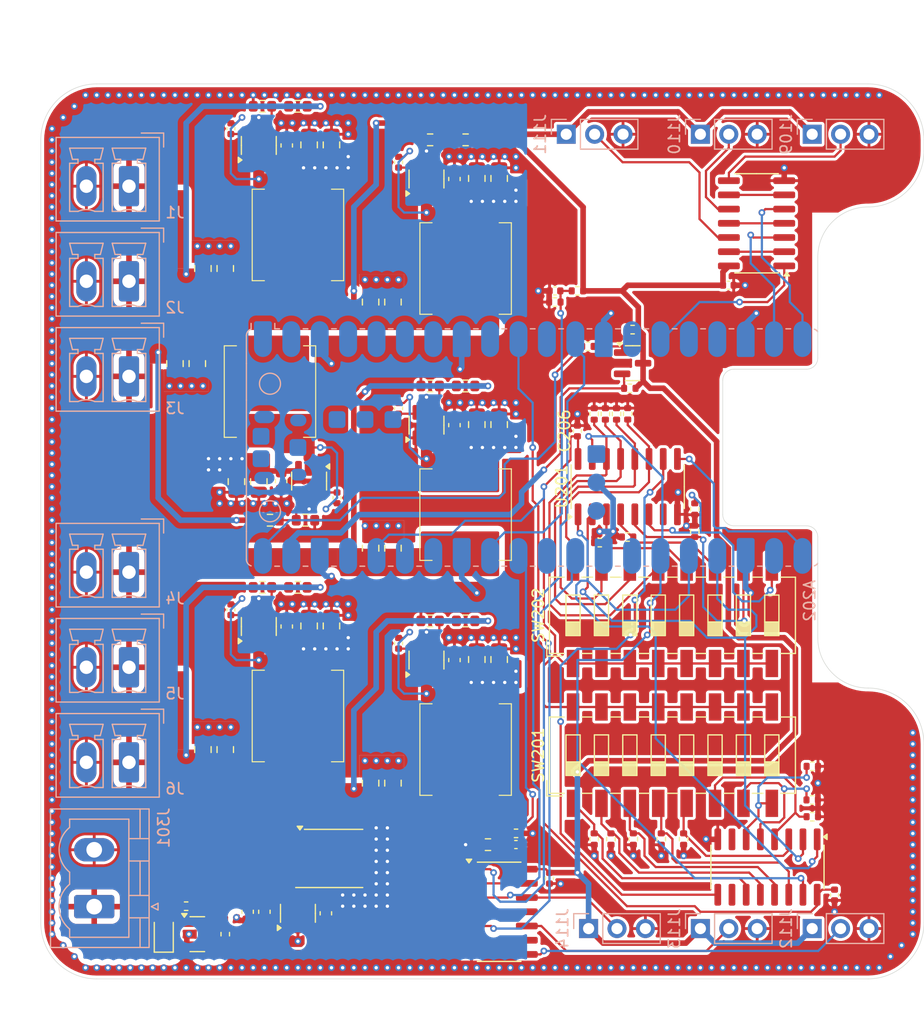
<source format=kicad_pcb>
(kicad_pcb (version 20240108) (generator "pcbnew") (generator_version "8.0")
  (layers (0 "F.Cu" signal) (1 "In1.Cu" signal) (2 "In2.Cu" signal) (31 "B.Cu" signal) (34 "B.Paste" user) (35 "F.Paste" user) (36 "B.SilkS" user "B.Silkscreen") (37 "F.SilkS" user "F.Silkscreen") (38 "B.Mask" user) (39 "F.Mask" user) (44 "Edge.Cuts" user))
  (net 0 "")
  (net 1 "GND")
  (net 2 "/IO/LED1_MCU")
  (net 3 "/IO/LED2_MCU")
  (net 4 "/IO/Ser_in")
  (net 5 "/IO/ADC_{1}MCU")
  (net 6 "/IO/LED4_MCU")
  (net 8 "/IO/3V3")
  (net 9 "/IO/~{PL}")
  (net 10 "/IO/~{CE}")
  (net 11 "/IO/LED0_MCU")
  (net 12 "/IO/ADC_{0}MCU")
  (net 13 "/IO/LED5_MCU")
  (net 14 "/IO/CP")
  (net 15 "/IO/LED3_MCU")
  (net 19 "/IO/5V_local")
  (net 21 "Net-(A202-VBUS)")
  (net 23 "Net-(U401-VBST)")
  (net 26 "+5V")
  (net 29 "Net-(Q201-G)")
  (net 30 "Net-(U204-D7)")
  (net 31 "Net-(U204-D6)")
  (net 32 "Net-(U204-D5)")
  (net 33 "Net-(U204-D4)")
  (net 34 "Net-(U204-D3)")
  (net 35 "Net-(U204-D2)")
  (net 36 "Net-(U204-D1)")
  (net 37 "Net-(U204-D0)")
  (net 38 "Net-(U201-D7)")
  (net 39 "Net-(U201-D6)")
  (net 40 "Net-(U201-D5)")
  (net 41 "Net-(U201-D4)")
  (net 42 "Net-(U201-D3)")
  (net 43 "Net-(U201-D2)")
  (net 44 "Net-(U201-D1)")
  (net 45 "Net-(U201-D0)")
  (net 47 "Net-(U201-DS)")
  (net 48 "Net-(U501-VBST)")
  (net 49 "Net-(U601-VBST)")
  (net 50 "Net-(U301-VCAP)")
  (net 53 "Net-(U701-VBST)")
  (net 54 "Net-(U801-VBST)")
  (net 55 "Net-(U901-VBST)")
  (net 56 "/power/DCDC0/5V_{OUT}")
  (net 57 "/power/DCDC2/5V_{OUT}")
  (net 58 "/power/DCDC3/5V_{OUT}")
  (net 59 "/power/DCDC4/5V_{OUT}")
  (net 60 "/power/DCDC5/5V_{OUT}")
  (net 61 "/power/DCDC0/SW")
  (net 62 "/power/DCDC1/SW")
  (net 63 "/power/DCDC2/SW")
  (net 70 "Net-(Q301-G)")
  (net 71 "/power/VIN_CONN")
  (net 72 "Net-(U202-Pad13)")
  (net 73 "Net-(U202-Pad11)")
  (net 74 "/power/DCDC3/SW")
  (net 75 "/power/DCDC4/SW")
  (net 76 "/power/DCDC5/SW")
  (net 77 "/power/DCDC0/FB")
  (net 78 "/power/DCDC1/FB")
  (net 79 "Net-(U203-Pad13)")
  (net 80 "Net-(U203-Pad11)")
  (net 81 "Net-(U202-Pad6)")
  (net 82 "Net-(U203-Pad6)")
  (net 83 "/IO/LED_OUT_0")
  (net 84 "/IO/LED_OUT_1")
  (net 85 "/IO/LED_OUT_2")
  (net 86 "/IO/LED_OUT_3")
  (net 87 "/IO/LED_OUT_4")
  (net 88 "/IO/LED_OUT_5")
  (net 94 "/power/DCDC2/FB")
  (net 95 "/power/DCDC3/FB")
  (net 96 "/power/DCDC4/FB")
  (net 97 "/power/DCDC5/FB")
  (net 98 "/power/VIN")
  (net 103 "Net-(D1-A)")
  (net 104 "Net-(Q1-B)")
  (net 105 "/power/PROT_EN")
  (footprint "Resistor_SMD:R_0402_1005Metric" (layer "F.Cu") (at 96.98 52 180)
    (property "Reference" "R210")
    (property "Value" "1k")
  )
  (footprint "Resistor_SMD:R_0402_1005Metric" (layer "F.Cu") (at 100.5 62 90)
    (property "Reference" "R220")
    (property "Value" "100k")
  )
  (footprint "Capacitor_SMD:C_0402_1005Metric" (layer "F.Cu") (at 83 39.5 90)
    (property "Reference" "C504")
    (property "Value" "100n")
  )
  (footprint "Capacitor_SMD:C_0603_1608Metric" (layer "F.Cu") (at 73 38 -90)
    (property "Reference" "C403")
    (property "Value" "100n")
  )
  (footprint "Capacitor_SMD:C_0805_2012Metric" (layer "F.Cu") (at 80.5 95 90)
    (property "Reference" "C905")
    (property "Value" "22u")
  )
  (footprint "Button_Switch_SMD:SW_DIP_SPSTx08_Slide_6.7x21.88mm_W8.61mm_P2.54mm_LowProfile" (layer "F.Cu") (at 107.5 80 90)
    (property "Reference" "SW202")
    (property "Value" "SW_DIP_x08")
  )
  (footprint "Capacitor_SMD:C_0805_2012Metric" (layer "F.Cu") (at 75 37.95 90)
    (property "Reference" "C401")
    (property "Value" "10u")
  )
  (footprint "Resistor_SMD:R_0402_1005Metric" (layer "F.Cu") (at 103.6875 59.71375 180)
    (property "Reference" "R208")
    (property "Value" "0R")
  )
  (footprint "Resistor_SMD:R_0603_1608Metric" (layer "F.Cu") (at 70.825 77.5)
    (property "Reference" "R802")
    (property "Value" "10k")
  )
  (footprint "Capacitor_SMD:C_0805_2012Metric" (layer "F.Cu") (at 67.5 92 90)
    (property "Reference" "C806")
    (property "Value" "22u")
  )
  (footprint "Capacitor_SMD:C_0805_2012Metric" (layer "F.Cu") (at 90 40.95 90)
    (property "Reference" "C501")
    (property "Value" "10u")
  )
  (footprint "Capacitor_SMD:C_0805_2012Metric" (layer "F.Cu") (at 92 62.95 90)
    (property "Reference" "C702")
    (property "Value" "10u")
  )
  (footprint "Resistor_SMD:R_0603_1608Metric" (layer "F.Cu") (at 74.674999 71.5 180)
    (property "Reference" "R602")
    (property "Value" "10k")
  )
  (footprint "Capacitor_SMD:C_0402_1005Metric" (layer "F.Cu") (at 83 61.5 90)
    (property "Reference" "C704")
    (property "Value" "100n")
  )
  (footprint "Resistor_SMD:R_0402_1005Metric" (layer "F.Cu") (at 103.49 73 180)
    (property "Reference" "R218")
    (property "Value" "100k")
  )
  (footprint "Skrooter_footprints:IHLP3232" (layer "F.Cu") (at 89 71 -90)
    (property "Reference" "L701")
    (property "Value" "3.3u")
  )
  (footprint "Capacitor_SMD:C_0805_2012Metric" (layer "F.Cu") (at 77 37.95 90)
    (property "Reference" "C402")
    (property "Value" "10u")
  )
  (footprint "Capacitor_SMD:C_0805_2012Metric" (layer "F.Cu") (at 68.5 68.05 -90)
    (property "Reference" "C602")
    (property "Value" "10u")
  )
  (footprint "Diode_SMD:D_SOD-323F" (layer "F.Cu") (at 62 108.5 90)
    (property "Reference" "D1")
    (property "Value" "BZT52-C16S-AU")
  )
  (footprint "Resistor_SMD:R_0402_1005Metric" (layer "F.Cu") (at 120.01 93.5)
    (property "Reference" "R201")
    (property "Value" "100k")
  )
  (footprint "Capacitor_SMD:C_0805_2012Metric" (layer "F.Cu") (at 82.5 52 90)
    (property "Reference" "C506")
    (property "Value" "22u")
  )
  (footprint "Capacitor_SMD:C_0402_1005Metric" (layer "F.Cu") (at 93.5 100.49)
    (property "Reference" "C201")
    (property "Value" "100n")
  )
  (footprint "Capacitor_SMD:C_0603_1608Metric" (layer "F.Cu") (at 71 106.5 -90)
    (property "Reference" "C301")
    (property "Value" "100n")
  )
  (footprint "Capacitor_SMD:C_0805_2012Metric" (layer "F.Cu") (at 92 40.95 90)
    (property "Reference" "C502")
    (property "Value" "10u")
  )
  (footprint "Capacitor_SMD:C_0402_1005Metric" (layer "F.Cu") (at 96.99 51 180)
    (property "Reference" "C203")
    (property "Value" "100n")
  )
  (footprint "Resistor_SMD:R_0402_1005Metric" (layer "F.Cu") (at 108.5 100 -90)
    (property "Reference" "R211")
    (property "Value" "100k")
  )
  (footprint "Resistor_SMD:R_0603_1608Metric" (layer "F.Cu") (at 85.825 37.5)
    (property "Reference" "R502")
    (property "Value" "10k")
  )
  (footprint "Capacitor_SMD:C_0603_1608Metric" (layer "F.Cu") (at 88 63 -90)
    (property "Reference" "C703")
    (property "Value" "100n")
  )
  (footprint "Package_TO_SOT_SMD:SOT-23" (layer "F.Cu") (at 65 108.5)
    (property "Reference" "Q1")
    (property "Value" "MMBT5551L")
  )
  (footprint "Resistor_SMD:R_0402_1005Metric" (layer "F.Cu") (at 67.5 108.5 -90)
    (property "Reference" "R1")
    (property "Value" "100k")
  )
  (footprint "Resistor_SMD:R_0603_1608Metric" (layer "F.Cu") (at 89 37.5)
    (property "Reference" "R501")
    (property "Value" "56k")
  )
  (footprint "Capacitor_SMD:C_0805_2012Metric" (layer "F.Cu") (at 63 57.5 -90)
    (property "Reference" "C606")
    (property "Value" "22u")
  )
  (footprint "Resistor_SMD:R_0402_1005Metric" (layer "F.Cu") (at 120 96.5)
    (property "Reference" "R206")
    (property "Value" "100k")
  )
  (footprint "Resistor_SMD:R_0603_1608Metric" (layer "F.Cu") (at 70.825 34.5)
    (property "Reference" "R402")
    (property "Value" "10k")
  )
  (footprint "Resistor_SMD:R_0402_1005Metric" (layer "F.Cu") (at 100.5 100 -90)
    (property "Reference" "R215")
    (property "Value" "100k")
  )
  (footprint "Resistor_SMD:R_0603_1608Metric" (layer "F.Cu") (at 89 59.5)
    (property "Reference" "R701")
    (property "Value" "56k")
  )
  (footprint "Capacitor_SMD:C_0402_1005Metric" (layer "F.Cu") (at 112.5 50.5)
    (property "Reference" "C205")
    (property "Value" "100n")
  )
  (footprint "Resistor_SMD:R_0402_1005Metric" (layer "F.Cu") (at 120.01 98)
    (property "Reference" "R207")
    (property "Value" "100k")
  )
  (footprint "Capacitor_SMD:C_0402_1005Metric" (layer "F.Cu") (at 83 82.5 90)
    (property "Reference" "C904")
    (property "Value" "100n")
  )
  (footprint "Resistor_SMD:R_0402_1005Metric" (layer "F.Cu") (at 101.5 62 90)
    (property "Reference" "R221")
    (property "Value" "100k")
  )
  (footprint "Capacitor_SMD:C_0402_1005Metric" (layer "F.Cu") (at 77.499999 69.5 -90)
    (property "Reference" "C604")
    (property "Value" "100n")
  )
  (footprint "Resistor_SMD:R_0603_1608Metric" (layer "F.Cu") (at 71.5 71.5 180)
    (property "Reference" "R601")
    (property "Value" "56k")
  )
  (footprint "Resistor_SMD:R_0402_1005Metric" (layer "F.Cu") (at 102 100 -90)
    (property "Reference" "R214")
    (property "Value" "100k")
  )
  (footprint "Package_SO:SOIC-16_3.9x9.9mm_P1.27mm" (layer "F.Cu") (at 103.5 68.5 90)
    (property "Reference" "U201")
    (property "Value" "74HC165")
  )
  (footprint "Capacitor_SMD:C_0805_2012Metric" (layer "F.Cu") (at 77 80.95 90)
    (property "Reference" "C802")
    (property "Value" "10u")
  )
  (footprint "Resistor_SMD:R_0603_1608Metric" (layer "F.Cu") (at 89 80.5)
    (property "Reference" "R901")
    (property "Value" "56k")
  )
  (footprint "Capacitor_SMD:C_0805_2012Metric" (layer "F.Cu") (at 92 83.95 90)
    (property "Reference" "C902")
    (property "Value" "10u")
  )
  (footprint "Capacitor_SMD:C_0402_1005Metric" (layer "F.Cu") (at 96.5 103.5 -90)
    (property "Reference" "C204")
    (property "Value" "100n")
  )
  (footprint "Resistor_SMD:R_0402_1005Metric" (layer "F.Cu") (at 99.9375 55.96375)
    (property "Reference" "R202")
    (property "Value" "1k")
  )
  (footprint "Capacitor_SMD:C_0805_2012Metric" (layer "F.Cu") (at 75 80.95 90)
    (property "Reference" "C801")
    (property "Value" "10u")
  )
  (footprint "Capacitor_SMD:C_0603_1608Metric" (layer "F.Cu") (at 76.5 106.6375 90)
    (property "Reference" "C303")
    (property "Value" "100n")
  )
  (footprint "Package_TO_SOT_SMD:SOT-23-6" (layer "F.Cu") (at 70.5 81 90)
    (property "Reference" "U801")
    (property "Value" "TPS565208")
  )
  (footprint "Skrooter_footprints:IHLP3232" (layer "F.Cu") (at 74 46 -90)
    (property "Reference" "L401")
    (property "Value" "3.3u")
  )
  (footprint "Resistor_SMD:R_0603_1608Metric" (layer "F.Cu") (at 74 34.5)
    (property "Reference" "R401")
    (property "Value" "56k")
  )
  (footprint "Resistor_SMD:R_0402_1005Metric" (layer "F.Cu") (at 101 73.5 180)
    (property "Reference" "R219")
    (property "Value" "100k")
  )
  (footprint "Package_SO:SOIC-16_3.9x9.9mm_P1.27mm" (layer "F.Cu") (at 116 102.5 -90)
    (property "Reference" "U204")
    (property "Value" "74HC165")
  )
  (footprint "Capacitor_SMD:C_0805_2012Metric" (layer "F.Cu") (at 80.5 74 90)
    (property "Reference" "C705")
    (property "Value" "22u")
  )
  (footprint "Capacitor_SMD:C_0603_1608Metric" (layer "F.Cu") (at 72.499999 68 90)
    (property "Reference" "C603")
    (property "Value" "100n")
  )
  (footprint "Button_Switch_SMD:SW_DIP_SPSTx08_Slide_6.7x21.88mm_W8.61mm_P2.54mm_LowProfile" (layer "F.Cu") (at 107.5 92.5 90)
    (property "Reference" "SW201")
    (property "Value" "SW_DIP_x08")
  )
  (footprint "Skrooter_footprints:IHLP3232" (layer "F.Cu") (at 71.5 60 90)
    (property "Reference" "L601")
    (property "Value" "3.3u")
  )
  (footprint "Capacitor_SMD:C_0402_1005Metric" (layer "F.Cu") (at 122 105 -90)
    (property "Reference" "C202")
    (property "Value" "100n")
  )
  (footprint "Capacitor_SMD:C_0402_1005Metric" (layer "F.Cu") (at 99 63.52 90)
    (property "Reference" "C206")
    (property "Value" "100n")
  )
  (footprint "Package_TO_SOT_SMD:SOT-23-6" (layer "F.Cu") (at 85.5 63 90)
    (property "Reference" "U701")
    (property "Value" "TPS565208")
  )
  (footprint "Capacitor_SMD:C_0603_1608Metric" (layer "F.Cu") (at 69.5 106.5 90)
    (property "Reference" "C302")
    (property "Value" "100n")
  )
  (footprint "Package_SO:SOIC-14_3.9x8.7mm_P1.27mm" (layer "F.Cu") (at 92 106.5)
    (property "Reference" "U203")
    (property "Value" "7414")
  )
  (footprint "Package_SON:VSONP-8-1EP_5x6_P1.27mm" (layer "F.Cu") (at 76.8 101.7325)
    (property "Reference" "Q301")
    (property "Value" "NMOS")
  )
  (footprint "Resistor_SMD:R_0402_1005Metric" (layer "F.Cu") (at 104 100 -90)
    (property "Reference" "R213")
    (property "Value" "100k")
  )
  (footprint "Skrooter_footprints:IHLP3232" (layer "F.Cu") (at 89 49 -90)
    (property "Reference" "L501")
    (property "Value" "3.3u")
  )
  (footprint "Resistor_SMD:R_0603_1608Metric" (layer "F.Cu") (at 85.825 80.5)
    (property "Reference" "R902")
    (property "Value" "10k")
  )
  (footprint "Capacitor_SMD:C_0402_1005Metric" (layer "F.Cu") (at 68 36.5 90)
    (property "Reference" "C404")
    (property "Value" "100n")
  )
  (footprint "Capacitor_SMD:C_0805_2012Metric" (layer "F.Cu") (at 70.5 68.05 -90)
    (property "Reference" "C601")
    (property "Value" "10u")
  )
  (footprint "Capacitor_SMD:C_0805_2012Metric" (layer "F.Cu") (at 67.5 49 90)
    (property "Reference" "C406")
    (property "Value" "22u")
  )
  (footprint "Skrooter_footprints:IHLP3232" (layer "F.Cu") (at 74 89 -90)
    (property "Reference" "L801")
    (property "Value" "3.3u")
  )
  (footprint "Capacitor_SMD:C_0603_1608Metric" (layer "F.Cu") (at 88 41 -90)
    (property "Reference" "C503")
    (property "Value" "100n")
  )
  (footprint "Resistor_SMD:R_0402_1005Metric" (layer "F.Cu") (at 109.5 72.49 90)
    (property "Reference" "R217")
    (property "Value" "100k")
  )
  (footprint "Resistor_SMD:R_0402_1005Metric" (layer "F.Cu") (at 106.5 100 -90)
    (property "Reference" "R212")
    (property "Value" "100k")
  )
  (footprint "Capacitor_SMD:C_0603_1608Metric" (layer "F.Cu") (at 88 84 -90)
    (property "Reference" "C903")
    (property "Value" "100n")
  )
  (footprint "Capacitor_SMD:C_0805_2012Metric" (layer "F.Cu") (at 82.5 74 90)
    (property "Reference" "C706")
    (property "Value" "22u")
  )
  (footprint "Resistor_SMD:R_0603_1608Metric" (layer "F.Cu") (at 91 100.5)
    (property "Reference" "R204")
    (property "Value" "13k")
  )
  (footprint "Capacitor_SMD:C_0402_1005Metric" (layer "F.Cu") (at 68 79.5 90)
    (property "Reference" "C804")
    (property "Value" "100n")
  )
  (footprint "Capacitor_SMD:C_0805_2012Metric" (layer "F.Cu") (at 65.5 92 90)
    (property "Reference" "C805")
    (property "Value" "22u")
  )
  (footprint "Resistor_SMD:R_0402_1005Metric" (layer "F.Cu") (at 99 51 180)
    (property "Reference" "R209")
    (property "Value" "1k")
  )
  (footprint "Resistor_SMD:R_0402_1005Metric" (layer "F.Cu") (at 103.9375 54.46375 180)
    (property "Reference" "R203")
    (property "Value" "1k")
  )
  (footprint "Package_TO_SOT_SMD:SOT-23" (layer "F.Cu") (at 103.9375 57.46375)
    (property "Reference" "Q201")
    (property "Value" "PMOS")
  )
  (footprint "Resistor_SMD:R_0402_1005Metric" (layer "F.Cu") (at 103.5 61.99 90)
    (property "Reference" "R223")
    (property "Value" "100k")
  )
  (footprint "Package_TO_SOT_SMD:SOT-23-6" (layer "F.Cu") (at 85.5 41 90)
    (property "Reference" "U501")
    (property "Value" "TPS565208")
  )
  (footprint "Resistor_SMD:R_0402_1005Metric" (layer "F.Cu") (at 109.5 70.5 -90)
    (property "Reference" "R216")
    (property "Value" "100k")
  )
  (footprint "Capacitor_SMD:C_0805_2012Metric" (layer "F.Cu") (at 90 62.95 90)
    (property "Reference" "C701")
    (property "Value" "10u")
  )
  (footprint "Capacitor_SMD:C_0805_2012Metric" (layer "F.Cu") (at 82.5 95 90)
    (property "Reference" "C906")
    (property "Value" "22u")
  )
  (footprint "Skrooter_footprints:IHLP3232" (layer "F.Cu") (at 89 92 -90)
    (property "Reference" "L901")
    (property "Value" "3.3u")
  )
  (footprint "Resistor_SMD:R_0603_1608Metric" (layer "F.Cu") (at 85.825 59.5)
    (property "Reference" "R702")
    (property "Value" "10k")
  )
  (footprint "Package_TO_SOT_SMD:SOT-23-6" (layer "F.Cu") (at 85.5 84 90)
    (property "Reference" "U901")
    (property "Value" "TPS565208")
  )
  (footprint "Capacitor_SMD:C_0805_2012Metric" (layer "F.Cu") (at 90 83.95 90)
    (property "Reference" "C901")
    (property "Value" "10u")
  )
  (footprint "Capacitor_SMD:C_0805_2012Metric" (layer "F.Cu") (at 65.5 49 90)
    (property "Reference" "C405")
    (property "Value" "22u")
  )
  (footprint "Capacitor_SMD:C_0805_2012Metric" (layer "F.Cu") (at 80.5 52 90)
    (property "Reference" "C505")
    (property "Value" "22u")
  )
  (footprint "Resistor_SMD:R_0402_1005Metric" (layer "F.Cu") (at 102.5 62 90)
    (property "Reference" "R222")
    (property "Value" "100k")
  )
  (footprint "Package_SO:SOIC-14_3.9x8.7mm_P1.27mm" (layer "F.Cu") (at 115.025 44.96 180)
    (property "Reference" "U202")
    (property "Value" "7414")
  )
  (footprint "Capacitor_SMD:C_0805_2012Metric" (layer "F.Cu") (at 65 57.5 -90)
    (property "Reference" "C605")
    (property "Value" "22u")
  )
  (footprint "Package_TO_SOT_SMD:SOT-23-6" (layer "F.Cu") (at 70.5 38 90)
    (property "Reference" "U401")
    (property "Value" "TPS565208")
  )
  (footprint "Package_TO_SOT_SMD:SOT-23-6" (layer "F.Cu") (at 74 106.6375 90)
    (property "Reference" "U301")
    (property "Value" "LM74700")
  )
  (footprint "Capacitor_SMD:C_0603_1608Metric" (layer "F.Cu") (at 73 81 -90)
    (property "Reference" "C803")
    (property "Value" "100n")
  )
  (footprint "Resistor_SMD:R_0402_1005Metric" (layer "F.Cu") (at 64 106)
    (property "Reference" "R2")
    (property "Value" "100k")
  )
  (footprint "Package_TO_SOT_SMD:SOT-23-6" (layer "F.Cu") (at 74.999999 68 -90)
    (property "Reference" "U601")
    (property "Value" "TPS565208")
  )
  (footprint "Resistor_SMD:R_0603_1608Metric" (layer "F.Cu") (at 74 77.5)
    (property "Reference" "R801")
    (property "Value" "56k")
  )
  (footprint "Resistor_SMD:R_0402_1005Metric" (layer "F.Cu") (at 93.51 99.49)
    (property "Reference" "R205")
    (property "Value" "1k")
  )
  (footprint "Connector_Phoenix_MC:PhoenixContact_MCV_1,5_2-G-3.81_1x02_P3.81mm_Vertical" (layer "B.Cu") (at 58.8875 58.6425 180)
    (property "Reference" "J3")
    (property "Value" "Screw_Terminal_01x02")
  )
  (footprint "Connector_Phoenix_MC:PhoenixContact_MCV_1,5_2-G-3.81_1x02_P3.81mm_Vertical" (layer "B.Cu") (at 58.8875 41.6425 180)
    (property "Reference" "J1")
    (property "Value" "Screw_Terminal_01x02")
  )
  (footprint "Connector_Phoenix_MC:PhoenixContact_MCV_1,5_2-G-3.81_1x02_P3.81mm_Vertical" (layer "B.Cu") (at 58.8875 76.1425 180)
    (property "Reference" "J4")
    (property "Value" "Screw_Terminal_01x02")
  )
  (footprint "Connector_Phoenix_MC:PhoenixContact_MCV_1,5_2-G-3.81_1x02_P3.81mm_Vertical" (layer "B.Cu") (at 58.8875 84.6425 180)
    (property "Reference" "J5")
    (property "Value" "Screw_Terminal_01x02")
  )
  (footprint "Connector_PinHeader_2.54mm:PinHeader_1x03_P2.54mm_Vertical" (layer "B.Cu") (at 98 37 -90)
    (property "Reference" "J111")
    (property "Value" "Screw_Terminal_01x03")
  )
  (footprint "Connector_PinHeader_2.54mm:PinHeader_1x03_P2.54mm_Vertical" (layer "B.Cu") (at 120 108 -90)
    (property "Reference" "J112")
    (property "Value" "Screw_Terminal_01x03")
  )
  (footprint "Module_RaspberryPi_Pico:RaspberryPi_Pico_W_SMD" (layer "B.Cu") (at 95 65 -90)
    (property "Reference" "A202")
    (property "Value" "RaspberryPi_Pico_W")
  )
  (footprint "Connector_PinHeader_2.54mm:PinHeader_1x03_P2.54mm_Vertical" (layer "B.Cu") (at 110 108 -90)
    (property "Reference" "J113")
    (property "Value" "Screw_Terminal_01x03")
  )
  (footprint "Connector_PinHeader_2.54mm:PinHeader_1x03_P2.54mm_Vertical" (layer "B.Cu") (at 110 37 -90)
    (property "Reference" "J110")
    (property "Value" "Screw_Terminal_01x03")
  )
  (footprint "Connector_Phoenix_MC:PhoenixContact_MCV_1,5_2-G-3.81_1x02_P3.81mm_Vertical" (layer "B.Cu") (at 58.8875 50.1425 180)
    (property "Reference" "J2")
    (property "Value" "Screw_Terminal_01x02")
  )
  (footprint "Connector_Phoenix_MC:PhoenixContact_MCV_1,5_2-G-3.81_1x02_P3.81mm_Vertical" (layer "B.Cu") (at 58.8875 93.1425 180)
    (property "Reference" "J6")
    (property "Value" "Screw_Terminal_01x02")
  )
  (footprint "Connector_Phoenix_MSTB:PhoenixContact_MSTBVA_2,5_2-G-5,08_1x02_P5.08mm_Vertical" (layer "B.Cu") (at 55.7775 106.04 90)
    (property "Reference" "J301")
    (property "Value" "Screw_Terminal_01x02")
  )
  (footprint "Connector_PinHeader_2.54mm:PinHeader_1x03_P2.54mm_Vertical" (layer "B.Cu") (at 100 108 -90)
    (property "Reference" "J114")
    (property "Value" "Screw_Terminal_01x03")
  )
  (footprint "Connector_PinHeader_2.54mm:PinHeader_1x03_P2.54mm_Vertical" (layer "B.Cu") (at 120 37 -90)
    (property "Reference" "J109")
    (property "Value" "Screw_Terminal_01x03")
  )
  (gr_line (start 119.5 58) (end 113 58) (stroke (width 0.05)) (layer "Edge.Cuts"))
  (gr_arc (start 51 37.5) (mid 52.464466 33.964466) (end 56 32.5) (stroke (width 0.05)) (layer "Edge.Cuts"))
  (gr_arc (start 119.5 72) (mid 120.207107 72.292893) (end 120.5 73) (stroke (width 0.05)) (layer "Edge.Cuts"))
  (gr_arc (start 120.5 57) (mid 120.207107 57.707107) (end 119.5 58) (stroke (width 0.05)) (layer "Edge.Cuts"))
  (gr_line (start 113 72) (end 119.5 72) (stroke (width 0.05)) (layer "Edge.Cuts"))
  (gr_arc (start 125 86.5) (mid 128.535534 87.964466) (end 130 91.5) (stroke (width 0.05)) (layer "Edge.Cuts"))
  (gr_arc (start 125 32.5) (mid 128.535534 33.964466) (end 130 37.5) (stroke (width 0.05)) (layer "Edge.Cuts"))
  (gr_line (start 120.5 82) (end 120.5 73) (stroke (width 0.05)) (layer "Edge.Cuts"))
  (gr_arc (start 130 38.5) (mid 128.535534 42.035534) (end 125 43.5) (stroke (width 0.05)) (layer "Edge.Cuts"))
  (gr_line (start 130.000125 107.464466) (end 130 91.5) (stroke (width 0.05)) (layer "Edge.Cuts"))
  (gr_line (start 120.5 48) (end 120.5 57) (stroke (width 0.05)) (layer "Edge.Cuts"))
  (gr_line (start 125 32.5) (end 56 32.5) (stroke (width 0.05)) (layer "Edge.Cuts"))
  (gr_arc (start 112 59) (mid 112.292893 58.292893) (end 113 58) (stroke (width 0.05)) (layer "Edge.Cuts"))
  (gr_arc (start 56 112.5) (mid 52.464466 111.035534) (end 51 107.5) (stroke (width 0.05)) (layer "Edge.Cuts"))
  (gr_line (start 112 71) (end 112 59) (stroke (width 0.05)) (layer "Edge.Cuts"))
  (gr_arc (start 125 86.5) (mid 121.818019 85.181981) (end 120.5 82) (stroke (width 0.05)) (layer "Edge.Cuts"))
  (gr_line (start 56 112.5) (end 125 112.5) (stroke (width 0.05)) (layer "Edge.Cuts"))
  (gr_arc (start 130.000125 107.464466) (mid 128.537756 111.012629) (end 125 112.5) (stroke (width 0.05)) (layer "Edge.Cuts"))
  (gr_arc (start 113 72) (mid 112.292893 71.707107) (end 112 71) (stroke (width 0.05)) (layer "Edge.Cuts"))
  (gr_line (start 51 37.5) (end 51 107.5) (stroke (width 0.05)) (layer "Edge.Cuts"))
  (gr_arc (start 120.5 48) (mid 121.818019 44.818019) (end 125 43.5) (stroke (width 0.05)) (layer "Edge.Cuts"))
  (gr_line (start 130 37.5) (end 130 38.5) (stroke (width 0.05)) (layer "Edge.Cuts"))
  (segment (start 96.47 52) (end 96.47 51.04) (width 0.5) (layer "F.Cu") (net 1))
  (segment (start 93.98 100.49) (end 93.98 99.53) (width 0.5) (layer "F.Cu") (net 1))
  (segment (start 102.98 73) (end 102.695 73) (width 0.5) (layer "F.Cu") (net 1))
  (segment (start 108.75 72) (end 109.48 72) (width 0.5) (layer "F.Cu") (net 1))
  (segment (start 117.5 41.15) (end 117.5 40) (width 0.5) (layer "F.Cu") (net 1))
  (segment (start 109.5 71.98) (end 109.5 71.01) (width 0.5) (layer "F.Cu") (net 1))
  (segment (start 110.525 100.025) (end 110.5 100) (width 0.5) (layer "F.Cu") (net 1))
  (segment (start 100.995 72.5) (end 100.49 73.005) (width 0.5) (layer "F.Cu") (net 1))
  (segment (start 74 107.775) (end 74 109.1375) (width 0.2) (layer "F.Cu") (net 1))
  (segment (start 120.52 96.51) (end 120.51 96.5) (width 0.5) (layer "F.Cu") (net 1))
  (segment (start 96.51 51) (end 95.5 51) (width 0.5) (layer "F.Cu") (net 1))
  (segment (start 107.945 69.055) (end 108 69) (width 0.5) (layer "F.Cu") (net 1))
  (segment (start 111.555 100.025) (end 110.525 100.025) (width 0.5) (layer "F.Cu") (net 1))
  (segment (start 100.49 73.005) (end 100.49 73.5) (width 0.5) (layer "F.Cu") (net 1))
  (segment (start 122 105.48) (end 122 106.5) (width 0.5) (layer "F.Cu") (net 1))
  (segment (start 69.5 107.275) (end 68.775 107.275) (width 0.5) (layer "F.Cu") (net 1))
  (segment (start 107.945 70.975) (end 107.945 69.055) (width 0.5) (layer "F.Cu") (net 1))
  (segment (start 99 63.04) (end 99 62) (width 0.5) (layer "F.Cu") (net 1))
  (segment (start 94.02 99.49) (end 95 99.49) (width 0.5) (layer "F.Cu") (net 1))
  (segment (start 109.48 72) (end 109.5 71.98) (width 0.5) (layer "F.Cu") (net 1))
  (segment (start 64.0625 109.45) (end 64.0625 108.6875) (width 0.5) (layer "F.Cu") (net 1))
  (segment (start 106.5 100.51) (end 106.5 101.5) (width 0.5) (layer "F.Cu") (net 1))
  (segment (start 112.98 50.5) (end 114 50.5) (width 0.5) (layer "F.Cu") (net 1))
  (segment (start 102 100.51) (end 102 101.5) (width 0.5) (layer "F.Cu") (net 1))
  (segment (start 108.5 100.51) (end 108.5 101.5) (width 0.5) (layer "F.Cu") (net 1))
  (segment (start 100.5 100.51) (end 100.5 101.5) (width 0.5) (layer "F.Cu") (net 1))
  (segment (start 120.51 93.51) (end 120.52 93.5) (width 0.5) (layer "F.Cu") (net 1))
  (segment (start 68.775 107.275) (end 68.5 107) (width 0.5) (layer "F.Cu") (net 1))
  (segment (start 96.47 51.04) (end 96.51 51) (width 0.5) (layer "F.Cu") (net 1))
  (segment (start 102.695 73) (end 102.195 72.5) (width 0.5) (layer "F.Cu") (net 1))
  (segment (start 104 100.51) (end 104 101.5) (width 0.5) (layer "F.Cu") (net 1))
  (segment (start 97.48 103.98) (end 97.5 104) (width 0.2) (layer "F.Cu") (net 1))
  (segment (start 120.52 98) (end 120.52 96.51) (width 0.5) (layer "F.Cu") (net 1))
  (segment (start 96.5 103.98) (end 97.48 103.98) (width 0.2) (layer "F.Cu") (net 1))
  (segment (start 93.98 99.53) (end 94.02 99.49) (width 0.5) (layer "F.Cu") (net 1))
  (segment (start 120.51 96.5) (end 120.51 93.51) (width 0.5) (layer "F.Cu") (net 1))
  (segment (start 64.0625 108.6875) (end 64.25 108.5) (width 0.5) (layer "F.Cu") (net 1))
  (via (at 77.5 79) (size 0.6) (drill 0.3) (layers "F.Cu" "B.Cu") (net 1))
  (via (at 63 33.5) (size 0.6) (drill 0.3) (layers "F.Cu" "B.Cu") (net 1))
  (via (at 83 50) (size 0.6) (drill 0.3) (layers "F.Cu" "B.Cu") (net 1))
  (via (at 52 42.5) (size 0.6) (drill 0.3) (layers "F.Cu" "B.Cu") (net 1))
  (via (at 67 47) (size 0.6) (drill 0.3) (layers "F.Cu" "B.Cu") (net 1))
  (via (at 82 72) (size 0.6) (drill 0.3) (layers "F.Cu" "B.Cu") (net 1))
  (via (at 76.5 79) (size 0.6) (drill 0.3) (layers "F.Cu" "B.Cu") (net 1))
  (via (at 93.5 40) (size 0.6) (drill 0.3) (layers "F.Cu" "B.Cu") (net 1))
  (via (at 88.5 58) (size 0.6) (drill 0.3) (layers "F.Cu" "B.Cu") (net 1))
  (via (at 52 102.5) (size 0.6) (drill 0.3) (layers "F.Cu" "B.Cu") (net 1))
  (via (at 109 111.5) (size 0.6) (drill 0.3) (layers "F.Cu" "B.Cu") (net 1))
  (via (at 108 33.5) (size 0.6) (drill 0.3) (layers "F.Cu" "B.Cu") (net 1))
  (via (at 52 68.5) (size 0.6) (drill 0.3) (layers "F.Cu" "B.Cu") (net 1))
  (via (at 52 59.5) (size 0.6) (drill 0.3) (layers "F.Cu" "B.Cu") (net 1))
  (via (at 52 106.5) (size 0.6) (drill 0.3) (layers "F.Cu" "B.Cu") (net 1))
  (via (at 52 86.5) (size 0.6) (drill 0.3) (layers "F.Cu" "B.Cu") (net 1))
  (via (at 120 33.5) (size 0.6) (drill 0.3) (layers "F.Cu" "B.Cu") (net 1))
  (via (at 128 109.5) (size 0.6) (drill 0.3) (layers "F.Cu" "B.Cu") (net 1))
  (via (at 99 111.5) (size 0.6) (drill 0.3) (layers "F.Cu" "B.Cu") (net 1))
  (via (at 52 84.5) (size 0.6) (drill 0.3) (layers "F.Cu" "B.Cu") (net 1))
  (via (at 68 90) (size 0.6) (drill 0.3) (layers "F.Cu" "B.Cu") (net 1))
  (via (at 101 111.5) (size 0.6) (drill 0.3) (layers "F.Cu" "B.Cu") (net 1))
  (via (at 52 108.5) (size 0.6) (drill 0.3) (layers "F.Cu" "B.Cu") (net 1))
  (via (at 82 50) (size 0.6) (drill 0.3) (layers "F.Cu" "B.Cu") (net 1))
  (via (at 114 111.5) (size 0.6) (drill 0.3) (layers "F.Cu" "B.Cu") (net 1))
  (via (at 52 95.5) (size 0.6) (drill 0.3) (layers "F.Cu" "B.Cu") (net 1))
  (via (at 52 58.5) (size 0.6) (drill 0.3) (layers "F.Cu" "B.Cu") (net 1))
  (via (at 61 111.5) (size 0.6) (drill 0.3) (layers "F.Cu" "B.Cu") (net 1))
  (via (at 52 97.5) (size 0.6) (drill 0.3) (layers "F.Cu" "B.Cu") (net 1))
  (via (at 52 52.5) (size 0.6) (drill 0.3) (layers "F.Cu" "B.Cu") (net 1))
  (via (at 75 33.5) (size 0.6) (drill 0.3) (layers "F.Cu" "B.Cu") (net 1))
  (via (at 52 96.5) (size 0.6) (drill 0.3) (layers "F.Cu" "B.Cu") (net 1))
  (via (at 52 79.5) (size 0.6) (drill 0.3) (layers "F.Cu" "B.Cu") (net 1))
  (via (at 129 100.5) (size 0.6) (drill 0.3) (layers "F.Cu" "B.Cu") (net 1))
  (via (at 118 33.5) (size 0.6) (drill 0.3) (layers "F.Cu" "B.Cu") (net 1))
  (via (at 87.5 39) (size 0.6) (drill 0.3) (layers "F.Cu" "B.Cu") (net 1))
  (via (at 97.5 104) (size 0.6) (drill 0.3) (layers "F.Cu" "B.Cu") (net 1))
  (via (at 52 99.5) (size 0.6) (drill 0.3) (layers "F.Cu" "B.Cu") (net 1))
  (via (at 92 111.5) (size 0.6) (drill 0.3) (layers "F.Cu" "B.Cu") (net 1))
  (via (at 52 87.5) (size 0.6) (drill 0.3) (layers "F.Cu" "B.Cu") (net 1))
  (via (at 72 70) (size 0.6) (drill 0.3) (layers "F.Cu" "B.Cu") (net 1))
  (via (at 80 93) (size 0.6) (drill 0.3) (layers "F.Cu" "B.Cu") (net 1))
  (via (at 104 111.5) (size 0.6) (drill 0.3) (layers "F.Cu" "B.Cu") (net 1))
  (via (at 75 111.5) (size 0.6) (drill 0.3) (layers "F.Cu" "B.Cu") (net 1))
  (via (at 52 94.5) (size 0.6) (drill 0.3) (layers "F.Cu" "B.Cu") (net 1))
  (via (at 74.5 79) (size 0.6) (drill 0.3) (layers "F.Cu" "B.Cu") (net 1))
  (via (at 91 111.5) (size 0.6) (drill 0.3) (layers "F.Cu" "B.Cu") (net 1))
  (via (at 66 47) (size 0.6) (drill 0.3) (layers "F.Cu" "B.Cu") (net 1))
  (via (at 52 48.5) (size 0.6) (drill 0.3) (layers "F.Cu" "B.Cu") (net 1))
  (via (at 93 111.5) (size 0.6) (drill 0.3) (layers "F.Cu" "B.Cu") (net 1))
  (via (at 129 101.5) (size 0.6) (drill 0.3) (layers "F.Cu" "B.Cu") (net 1))
  (via (at 88.5 39) (size 0.6) (drill 0.3) (layers "F.Cu" "B.Cu") (net 1))
  (via (at 52 46.5) (size 0.6) (drill 0.3) (layers "F.Cu" "B.Cu") (net 1))
  (via (at 57 33.5) (size 0.6) (drill 0.3) (layers "F.Cu" "B.Cu") (net 1))
  (via (at 129 104.5) (size 0.6) (drill 0.3) (layers "F.Cu" "B.Cu") (net 1))
  (via (at 54 34.5) (size 0.6) (drill 0.3) (layers "F.Cu" "B.Cu") (net 1))
  (via (at 89 111.5) (size 0.6) (drill 0.3) (layers "F.Cu" "B.Cu") (net 1))
  (via (at 90 111.5) (size 0.6) (drill 0.3) (layers "F.Cu" "B.Cu") (net 1))
  (via (at 73.5 36) (size 0.6) (drill 0.3) (layers "F.Cu" "B.Cu") (net 1))
  (via (at 67 33.5) (size 0.6) (drill 0.3) (layers "F.Cu" "B.Cu") (net 1))
  (via (at 126 33.5) (size 0.6) (drill 0.3) (layers "F.Cu" "B.Cu") (net 1))
  (via (at 74 33.5) (size 0.6) (drill 0.3) (layers "F.Cu" "B.Cu") (net 1))
  (via (at 79 111.5) (size 0.6) (drill 0.3) (layers "F.Cu" "B.Cu") (net 1))
  (via (at 96 33.5) (size 0.6) (drill 0.3) (layers "F.Cu" "B.Cu") (net 1))
  (via (at 108 69) (size 0.6) (drill 0.3) (layers "F.Cu" "B.Cu") (net 1))
  (via (at 81 33.5) (size 0.6) (drill 0.3) (layers "F.Cu" "B.Cu") (net 1))
  (via (at 55 111.5) (size 0.6) (drill 0.3) (layers "F.Cu" "B.Cu") (net 1))
  (via (at 119 33.5) (size 0.6) (drill 0.3) (layers "F.Cu" "B.Cu") (net 1))
  (via (at 122 106.5) (size 0.6) (drill 0.3) (layers "F.Cu" "B.Cu") (net 1))
  (via (at 121 111.5) (size 0.6) (drill 0.3) (layers "F.Cu" "B.Cu") (net 1))
  (via (at 117.5 40) (size 0.6) (drill 0.3) (layers "F.Cu" "B.Cu") (net 1))
  (via (at 65 47) (size 0.6) (drill 0.3) (layers "F.Cu" "B.Cu") (net 1))
  (via (at 93.5 82) (size 0.6) (drill 0.3) (layers "F.Cu" "B.Cu") (net 1))
  (via (at 74 111.5) (size 0.6) (drill 0.3) (layers "F.Cu" "B.Cu") (net 1))
  (via (at 65.5 59.5) (size 0.6) (drill 0.3) (layers "F.Cu" "B.Cu") (net 1))
  (via (at 60 33.5) (size 0.6) (drill 0.3) (layers "F.Cu" "B.Cu") (net 1))
  (via (at 124 111.5) (size 0.6) (drill 0.3) (layers "F.Cu" "B.Cu") (net 1))
  (via (at 62.5 59.5) (size 0.6) (drill 0.3) (layers "F.Cu" "B.Cu") (net 1))
  (via (at 69 33.5) (size 0.6) (drill 0.3) (layers "F.Cu" "B.Cu") (net 1))
  (via (at 66 90) (size 0.6) (drill 0.3) (layers "F.Cu" "B.Cu") (net 1))
  (via (at 129 103.5) (size 0.6) (drill 0.3) (layers "F.Cu" "B.Cu") (net 1))
  (via (at 52 101.5) (size 0.6) (drill 0.3) (layers "F.Cu" "B.Cu") (net 1))
  (via (at 79 33.5) (size 0.6) (drill 0.3) (layers "F.Cu" "B.Cu") (net 1))
  (via (at 95 111.5) (size 0.6) (drill 0.3) (layers "F.Cu" "B.Cu") (net 1))
  (via (at 102 53) (size 0.6) (drill 0.3) (layers "F.Cu" "B.Cu") (net 1))
  (via (at 129 94.5) (size 0.6) (drill 0.3) (layers "F.Cu" "B.Cu") (net 1))
  (via (at 52 49.5) (size 0.6) (drill 0.3) (layers "F.Cu" "B.Cu") (net 1))
  (via (at 100.995 72.5) (size 0.6) (drill 0.3) (layers "F.Cu" "B.Cu") (net 1))
  (via (at 52 105.5) (size 0.6) (drill 0.3) (layers "F.Cu" "B.Cu") (net 1))
  (via (at 52 44.5) (size 0.6) (drill 0.3) (layers "F.Cu" "B.Cu") (net 1))
  (via (at 93.5 61) (size 0.6) (drill 0.3) (layers "F.Cu" "B.Cu") (net 1))
  (via (at 52 41.5) (size 0.6) (drill 0.3) (layers "F.Cu" "B.Cu") (net 1))
  (via (at 115 111.5) (size 0.6) (drill 0.3) (layers "F.Cu" "B.Cu") (net 1))
  (via (at 102 111.5) (size 0.6) (drill 0.3) (layers "F.Cu" "B.Cu") (net 1))
  (via (at 111 111.5) (size 0.6) (drill 0.3) (layers "F.Cu" "B.Cu") (net 1))
  (via (at 89.5 61) (size 0.6) (drill 0.3) (layers "F.Cu" "B.Cu") (net 1))
  (via (at 69 111.5) (size 0.6) (drill 0.3) (layers "F.Cu" "B.Cu") (net 1))
  (via (at 100 111.5) (size 0.6) (drill 0.3) (layers "F.Cu" "B.Cu") (net 1))
  (via (at 125 111.5) (size 0.6) (drill 0.3) (layers "F.Cu" "B.Cu") (net 1))
  (via (at 52 54.5) (size 0.6) (drill 0.3) (layers "F.Cu" "B.Cu") (net 1))
  (via (at 102 101.5) (size 0.6) (drill 0.3) (layers "F.Cu" "B.Cu") (net 1))
  (via (at 116 33.5) (size 0.6) (drill 0.3) (layers "F.Cu" "B.Cu") (net 1))
  (via (at 75.5 36) (size 0.6) (drill 0.3) (layers "F.Cu" "B.Cu") (net 1))
  (via (at 102.195 72.5) (size 0.6) (drill 0.3) (layers "F.Cu" "B.Cu") (net 1))
  (via (at 55 33.5) (size 0.6) (drill 0.3) (layers "F.Cu" "B.Cu") (net 1))
  (via (at 87.5 82) (size 0.6) (drill 0.3) (layers "F.Cu" "B.Cu") (net 1))
  (via (at 52 81.5) (size 0.6) (drill 0.3) (layers "F.Cu" "B.Cu") (net 1))
  (via (at 88.5 82) (size 0.6) (drill 0.3) (layers "F.Cu" "B.Cu") (net 1))
  (via (at 106 33.5) (size 0.6) (drill 0.3) (layers "F.Cu" "B.Cu") (net 1))
  (via (at 60 111.5) (size 0.6) (drill 0.3) (layers "F.Cu" "B.Cu") (net 1))
  (via (at 76 33.5) (size 0.6) (drill 0.3) (layers "F.Cu" "B.Cu") (net 1))
  (via (at 123 33.5) (size 0.6) (drill 0.3) (layers "F.Cu" "B.Cu") (net 1))
  (via (at 67 111.5) (size 0.6) (drill 0.3) (layers "F.Cu" "B.Cu") (net 1))
  (via (at 103 33.5) (size 0.6) (drill 0.3) (layers "F.Cu" "B.Cu") (net 1))
  (via (at 66 111.5) (size 0.6) (drill 0.3) (layers "F.Cu" "B.Cu") (net 1))
  (via (at 52 83.5) (size 0.6) (drill 0.3) (layers "F.Cu" "B.Cu") (net 1))
  (via (at 117 111.5) (size 0.6) (drill 0.3) (layers "F.Cu" "B.Cu") (net 1))
  (via (at 106.5 101.5) (size 0.6) (drill 0.3) (layers "F.Cu" "B.Cu") (net 1))
  (via (at 52 65.5) (size 0.6) (drill 0.3) (layers "F.Cu" "B.Cu") (net 1))
  (via (at 93.5 39) (size 0.6) (drill 0.3) (layers "F.Cu" "B.Cu") (net 1))
  (via (at 129 108.5) (size 0.6) (drill 0.3) (layers "F.Cu" "B.Cu") (net 1))
  (via (at 84 33.5) (size 0.6) (drill 0.3) (layers "F.Cu" "B.Cu") (net 1))
  (via (at 78.5 79) (size 0.6) (drill 0.3) (layers "F.Cu" "B.Cu") (net 1))
  (via (at 72 111.5) (size 0.6) (drill 0.3) (layers "F.Cu" "B.Cu") (net 1))
  (via (at 129 107.5) (size 0.6) (drill 0.3) (layers "F.Cu" "B.Cu") (net 1))
  (via (at 87 33.5) (size 0.6) (drill 0.3) (layers "F.Cu" "B.Cu") (net 1))
  (via (at 112 33.5) (size 0.6) (drill 0.3) (layers "F.Cu" "B.Cu") (net 1))
  (via (at 129 90.5) (size 0.6) (drill 0.3) (layers "F.Cu" "B.Cu") (net 1))
  (via (at 86 33.5) (size 0.6) (drill 0.3) (layers "F.Cu" "B.Cu") (net 1))
  (via (at 63 111.5) (size 0.6) (drill 0.3) (layers "F.Cu" "B.Cu") (net 1))
  (via (at 92.5 82) (size 0.6) (drill 0.3) (layers "F.Cu" "B.Cu") (net 1))
  (via (at 72.5 36) (size 0.6) (drill 0.3) (layers "F.Cu" "B.Cu") (net 1))
  (via (at 52 39.5) (size 0.6) (drill 0.3) (layers "F.Cu" "B.Cu") (net 1))
  (via (at 83 72) (size 0.6) (drill 0.3) (layers "F.Cu" "B.Cu") (net 1))
  (via (at 73.5 79) (size 0.6) (drill 0.3) (layers "F.Cu" "B.Cu") (net 1))
  (via (at 118 111.5) (size 0.6) (drill 0.3) (layers "F.Cu" "B.Cu") (net 1))
  (via (at 77.5 36) (size 0.6) (drill 0.3) (layers "F.Cu" "B.Cu") (net 1))
  (via (at 52 104.5) (size 0.6) (drill 0.3) (layers "F.Cu" "B.Cu") (net 1))
  (via (at 80 33.5) (size 0.6) (drill 0.3) (layers "F.Cu" "B.Cu") (net 1))
  (via (at 95.5 51) (size 0.6) (drill 0.3) (layers "F.Cu" "B.Cu") (net 1))
  (via (at 91 33.5) (size 0.6) (drill 0.3) (layers "F.Cu" "B.Cu") (net 1))
  (via (at 58 111.5) (size 0.6) (drill 0.3) (layers "F.Cu" "B.Cu") (net 1))
  (via (at 129 106.5) (size 0.6) (drill 0.3) (layers "F.Cu" "B.Cu") (net 1))
  (via (at 56 33.5) (size 0.6) (drill 0.3) (layers "F.Cu" "B.Cu") (net 1))
  (via (at 52 74.5) (size 0.6) (drill 0.3) (layers "F.Cu" "B.Cu") (net 1))
  (via (at 114 50.5) (size 0.6) (drill 0.3) (layers "F.Cu" "B.Cu") (net 1))
  (via (at 52 50.5) (size 0.6) (drill 0.3) (layers "F.Cu" "B.Cu") (net 1))
  (via (at 104 101.5) (size 0.6) (drill 0.3) (layers "F.Cu" "B.Cu") (net 1))
  (via (at 67 69) (size 0.6) (drill 0.3) (layers "F.Cu" "B.Cu") (net 1))
  (via (at 81 72) (size 0.6) (drill 0.3) (layers "F.Cu" "B.Cu") (net 1))
  (via (at 52 62.5) (size 0.6) (drill 0.3) (layers "F.Cu" "B.Cu") (net 1))
  (via (at 52 51.5) (size 0.6) (drill 0.3) (layers "F.Cu" "B.Cu") (net 1))
  (via (at 77 111.5) (size 0.6) (drill 0.3) (layers "F.Cu" "B.Cu") (net 1))
  (via (at 67 70) (size 0.6) (drill 0.3) (layers "F.Cu" "B.Cu") (net 1))
  (via (at 52 67.5) (size 0.6) (drill 0.3) (layers "F.Cu" "B.Cu") (net 1))
  (via (at 85 111.5) (size 0.6) (drill 0.3) (layers "F.Cu" "B.Cu") (net 1))
  (via (at 99 62) (size 0.6) (drill 0.3) (layers "F.Cu" "B.Cu") (net 1))
  (via (at 91.5 82) (size 0.6) (drill 0.3) (layers "F.Cu" "B.Cu") (net 1))
  (via (at 120.51 95) (size 0.6) (drill 0.3) (layers "F.Cu" "B.Cu") (net 1))
  (via (at 52 69.5) (size 0.6) (drill 0.3) (layers "F.Cu" "B.Cu") (net 1))
  (via (at 95 33.5) (size 0.6) (drill 0.3) (layers "F.Cu" "B.Cu") (net 1))
  (via (at 113 33.5) (size 0.6) (drill 0.3) (layers "F.Cu" "B.Cu") (net 1))
  (via (at 77 57.5) (size 0.6) (drill 0.3) (layers "F.Cu" "B.Cu") (net 1))
  (via (at 71 111.5) (size 0.6) (drill 0.3) (layers "F.Cu" "B.Cu") (net 1))
  (via (at 103 111.5) (size 0.6) (drill 0.3) (layers "F.Cu" "B.Cu") (net 1))
  (via (at 72 33.5) (size 0.6) (drill 0.3) (layers "F.Cu" "B.Cu") (net 1))
  (via (at 83 111.5) (size 0.6) (drill 0.3) (layers "F.Cu" "B.Cu") (net 1))
  (via (at 52 92.5) (size 0.6) (drill 0.3) (layers "F.Cu" "B.Cu") (net 1))
  (via (at 113 111.5) (size 0.6) (drill 0.3) (layers "F.Cu" "B.Cu") (net 1))
  (via (at 71 33.5) (size 0.6) (drill 0.3) (layers "F.Cu" "B.Cu") (net 1))
  (via (at 89.5 82) (size 0.6) (drill 0.3) (layers "F.Cu" "B.Cu") (net 1))
  (via (at 52 71.5) (size 0.6) (drill 0.3) (layers "F.Cu" "B.Cu") (net 1))
  (via (at 100 33.5) (size 0.6) (drill 0.3) (layers "F.Cu" "B.Cu") (net 1))
  (via (at 119 111.5) (size 0.6) (drill 0.3) (layers "F.Cu" "B.Cu") (net 1))
  (via (at 122 33.5) (size 0.6) (drill 0.3) (layers "F.Cu" "B.Cu") (net 1))
  (via (at 129 102.5) (size 0.6) (drill 0.3) (layers "F.Cu" "B.Cu") (net 1))
  (via (at 52 55.5) (size 0.6) (drill 0.3) (layers "F.Cu" "B.Cu") (net 1))
  (via (at 97 111.5) (size 0.6) (drill 0.3) (layers "F.Cu" "B.Cu") (net 1))
  (via (at 85 33.5) (size 0.6) (drill 0.3) (layers "F.Cu" "B.Cu") (net 1))
  (via (at 123 111.5) (size 0.6) (drill 0.3) (layers "F.Cu" "B.Cu") (net 1))
  (via (at 88.5 61) (size 0.6) (drill 0.3) (layers "F.Cu" "B.Cu") (net 1))
  (via (at 78 111.5) (size 0.6) (drill 0.3) (layers "F.Cu" "B.Cu") (net 1))
  (via (at 52 88.5) (size 0.6) (drill 0.3) (layers "F.Cu" "B.Cu") (net 1))
  (via (at 52 89.5) (size 0.6) (drill 0.3) (layers "F.Cu" "B.Cu") (net 1))
  (via (at 129 96.5) (size 0.6) (drill 0.3) (layers "F.Cu" "B.Cu") (net 1))
  (via (at 101 33.5) (size 0.6) (drill 0.3) (layers "F.Cu" "B.Cu") (net 1))
  (via (at 82 93) (size 0.6) (drill 0.3) (layers "F.Cu" "B.Cu") (net 1))
  (via (at 97 33.5) (size 0.6) (drill 0.3) (layers "F.Cu" "B.Cu") (net 1))
  (via (at 65 33.5) (size 0.6) (drill 0.3) (layers "F.Cu" "B.Cu") (net 1))
  (via (at 77 33.5) (size 0.6) (drill 0.3) (layers "F.Cu" "B.Cu") (net 1))
  (via (at 114 33.5) (size 0.6) (drill 0.3) (layers "F.Cu" "B.Cu") (net 1))
  (via (at 78.5 80) (size 0.6) (drill 0.3) (layers "F.Cu" "B.Cu") (net 1))
  (via (at 80 72) (size 0.6) (drill 0.3) (layers "F.Cu" "B.Cu") (net 1))
  (via (at 129 105.5) (size 0.6) (drill 0.3) (layers "F.Cu" "B.Cu") (net 1))
  (via (at 90.5 61) (size 0.6) (drill 0.3) (layers "F.Cu" "B.Cu") (net 1))
  (via (at 63.5 59.5) (size 0.6) (drill 0.3) (layers "F.Cu" "B.Cu") (net 1))
  (via (at 121 33.5) (size 0.6) (drill 0.3) (layers "F.Cu" "B.Cu") (net 1))
  (via (at 69 70) (size 0.6) (drill 0.3) (layers "F.Cu" "B.Cu") (net 1))
  (via (at 65 90) (size 0.6) (drill 0.3) (layers "F.Cu" "B.Cu") (net 1))
  (via (at 86 111.5) (size 0.6) (drill 0.3) (layers "F.Cu" "B.Cu") (net 1))
  (via (at 70 70) (size 0.6) (drill 0.3) (layers "F.Cu" "B.Cu") (net 1))
  (via (at 81 50) (size 0.6) (drill 0.3) (layers "F.Cu" "B.Cu") (net 1))
  (via (at 52 85.5) (size 0.6) (drill 0.3) (layers "F.Cu" "B.Cu") (net 1))
  (via (at 91.5 39) (size 0.6) (drill 0.3) (layers "F.Cu" "B.Cu") (net 1))
  (via (at 52 103.5) (size 0.6) (drill 0.3) (layers "F.Cu" "B.Cu") (net 1))
  (via (at 62 33.5) (size 0.6) (drill 0.3) (layers "F.Cu" "B.Cu") (net 1))
  (via (at 93.5 83) (size 0.6) (drill 0.3) (layers "F.Cu" "B.Cu") (net 1))
  (via (at 52 45.5) (size 0.6) (drill 0.3) (layers "F.Cu" "B.Cu") (net 1))
  (via (at 129 98.5) (size 0.6) (drill 0.3) (layers "F.Cu" "B.Cu") (net 1))
  (via (at 52 90.5) (size 0.6) (drill 0.3) (layers "F.Cu" "B.Cu") (net 1))
  (via (at 107 111.5) (size 0.6) (drill 0.3) (layers "F.Cu" "B.Cu") (net 1))
  (via (at 129 91.5) (size 0.6) (drill 0.3) (layers "F.Cu" "B.Cu") (net 1))
  (via (at 54 110.5) (size 0.6) (drill 0.3) (layers "F.Cu" "B.Cu") (net 1))
  (via (at 64.25 108.5) (size 0.6) (drill 0.3) (layers "F.Cu" "B.Cu") (net 1))
  (via (at 61 33.5) (size 0.6) (drill 0.3) (layers "F.Cu" "B.Cu") (net 1))
  (via (at 96 111.5) (size 0.6) (drill 0.3) (layers "F.Cu" "B.Cu") (net 1))
  (via (at 56 111.5) (size 0.6) (drill 0.3) (layers "F.Cu" "B.Cu") (net 1))
  (via (at 52 76.5) (size 0.6) (drill 0.3) (layers "F.Cu" "B.Cu") (net 1))
  (via (at 52 63.5) (size 0.6) (drill 0.3) (layers "F.Cu" "B.Cu") (net 1))
  (via (at 120 111.5) (size 0.6) (drill 0.3) (layers "F.Cu" "B.Cu") (net 1))
  (via (at 59 33.5) (size 0.6) (drill 0.3) (layers "F.Cu" "B.Cu") (net 1))
  (via (at 80 50) (size 0.6) (drill 0.3) (layers "F.Cu" "B.Cu") (net 1))
  (via (at 58 33.5) (size 0.6) (drill 0.3) (layers "F.Cu" "B.Cu") (net 1))
  (via (at 82 33.5) (size 0.6) (drill 0.3) (layers "F.Cu" "B.Cu") (net 1))
  (via (at 52 91.5) (size 0.6) (drill 0.3) (layers "F.Cu" "B.Cu") (net 1))
  (via (at 115 33.5) (size 0.6) (drill 0.3) (layers "F.Cu" "B.Cu") (net 1))
  (via (at 52 82.5) (size 0.6) (drill 0.3) (layers "F.Cu" "B.Cu") (net 1))
  (via (at 68 111.5) (size 0.6) (drill 0.3) (layers "F.Cu" "B.Cu") (net 1))
  (via (at 68 33.5) (size 0.6) (drill 0.3) (layers "F.Cu" "B.Cu") (net 1))
  (via (at 73 70) (size 0.6) (drill 0.3) (layers "F.Cu" "B.Cu") (net 1))
  (via (at 71 70) (size 0.6) (drill 0.3) (layers "F.Cu" "B.Cu") (net 1))
  (via (at 89 33.5) (size 0.6) (drill 0.3) (layers "F.Cu" "B.Cu") (net 1))
  (via (at 92.5 61) (size 0.6) (drill 0.3) (layers "F.Cu" "B.Cu") (net 1))
  (via (at 129 97.5) (size 0.6) (drill 0.3) (layers "F.Cu" "B.Cu") (net 1))
  (via (at 52 57.5) (size 0.6) (drill 0.3) (layers "F.Cu" "B.Cu") (net 1))
  (via (at 116 111.5) (size 0.6) (drill 0.3) (layers "F.Cu" "B.Cu") (net 1))
  (via (at 129 92.5) (size 0.6) (drill 0.3) (layers "F.Cu" "B.Cu") (net 1))
  (via (at 59 111.5) (size 0.6) (drill 0.3) (layers "F.Cu" "B.Cu") (net 1))
  (via (at 52 60.5) (size 0.6) (drill 0.3) (layers "F.Cu" "B.Cu") (net 1))
  (via (at 52 36.5) (size 0.6) (drill 0.3) (layers "F.Cu" "B.Cu") (net 1))
  (via (at 78.5 36) (size 0.6) (drill 0.3) (layers "F.Cu" "B.Cu") (net 1))
  (via (at 100.5 101.5) (size 0.6) (drill 0.3) (layers "F.Cu" "B.Cu") (net 1))
  (via (at 98 111.5) (size 0.6) (drill 0.3) (layers "F.Cu" "B.Cu") (net 1))
  (via (at 68 70) (size 0.6) (drill 0.3) (layers "F.Cu" "B.Cu") (net 1))
  (via (at 70 33.5) (size 0.6) (drill 0.3) (layers "F.Cu" "B.Cu") (net 1))
  (via (at 112 111.5) (size 0.6) (drill 0.3) (layers "F.Cu" "B.Cu") (net 1))
  (via (at 106 111.5) (size 0.6) (drill 0.3) (layers "F.Cu" "B.Cu") (net 1))
  (via (at 129 99.5) (size 0.6) (drill 0.3) (layers "F.Cu" "B.Cu") (net 1))
  (via (at 52 61.5) (size 0.6) (drill 0.3) (layers "F.Cu" "B.Cu") (net 1))
  (via (at 109 33.5) (size 0.6) (drill 0.3) (layers "F.Cu" "B.Cu") (net 1))
  (via (at 73 111.5) (size 0.6) (drill 0.3) (layers "F.Cu" "B.Cu") (net 1))
  (via (at 53 109.5) (size 0.6) (drill 0.3) (layers "F.Cu" "B.Cu") (net 1))
  (via (at 68.5 107) (size 0.6) (drill 0.3) (layers "F.Cu" "B.Cu") (net 1))
  (via (at 68 47) (size 0.6) (drill 0.3) (layers "F.Cu" "B.Cu") (net 1))
  (via (at 98 33.5) (size 0.6) (drill 0.3) (layers "F.Cu" "B.Cu") (net 1))
  (via (at 53 35.5) (size 0.6) (drill 0.3) (layers "F.Cu" "B.Cu") (net 1))
  (via (at 52 78.5) (size 0.6) (drill 0.3) (layers "F.Cu" "B.Cu") (net 1))
  (via (at 52 53.5) (size 0.6) (drill 0.3) (layers "F.Cu" "B.Cu") (net 1))
  (via (at 93 33.5) (size 0.6) (drill 0.3) (layers "F.Cu" "B.Cu") (net 1))
  (via (at 88 33.5) (size 0.6) (drill 0.3) (layers "F.Cu" "B.Cu") (net 1))
  (via (at 127 110.5) (size 0.6) (drill 0.3) (layers "F.Cu" "B.Cu") (net 1))
  (via (at 90.5 82) (size 0.6) (drill 0.3) (layers "F.Cu" "B.Cu") (net 1))
  (via (at 93.5 62) (size 0.6) (drill 0.3) (layers "F.Cu" "B.Cu") (net 1))
  (via (at 126 111.5) (size 0.6) (drill 0.3) (layers "F.Cu" "B.Cu") (net 1))
  (via (at 92.5 39) (size 0.6) (drill 0.3) (layers "F.Cu" "B.Cu") (net 1))
  (via (at 87.5 61) (size 0.6) (drill 0.3) (layers "F.Cu" "B.Cu") (net 1))
  (via (at 78 33.5) (size 0.6) (drill 0.3) (layers "F.Cu" "B.Cu") (net 1))
  (via (at 91.5 61) (size 0.6) (drill 0.3) (layers "F.Cu" "B.Cu") (net 1))
  (via (at 105 111.5) (size 0.6) (drill 0.3) (layers "F.Cu" "B.Cu") (net 1))
  (via (at 83 93) (size 0.6) (drill 0.3) (layers "F.Cu" "B.Cu") (net 1))
  (via (at 52 70.5) (size 0.6) (drill 0.3) (layers "F.Cu" "B.Cu") (net 1))
  (via (at 83 33.5) (size 0.6) (drill 0.3) (layers "F.Cu" "B.Cu") (net 1))
  (via (at 99 33.5) (size 0.6) (drill 0.3) (layers "F.Cu" "B.Cu") (net 1))
  (via (at 52 107.5) (size 0.6) (drill 0.3) (layers "F.Cu" "B.Cu") (net 1))
  (via (at 52 37.5) (size 0.6) (drill 0.3) (layers "F.Cu" "B.Cu") (net 1))
  (via (at 73 33.5) (size 0.6) (drill 0.3) (layers "F.Cu" "B.Cu") (net 1))
  (via (at 129 95.5) (size 0.6) (drill 0.3) (layers "F.Cu" "B.Cu") (net 1))
  (via (at 89.5 39) (size 0.6) (drill 0.3) (layers "F.Cu" "B.Cu") (net 1))
  (via (at 124 33.5) (size 0.6) (drill 0.3) (layers "F.Cu" "B.Cu") (net 1))
  (via (at 105 33.5) (size 0.6) (drill 0.3) (layers "F.Cu" "B.Cu") (net 1))
  (via (at 90 33.5) (size 0.6) (drill 0.3) (layers "F.Cu" "B.Cu") (net 1))
  (via (at 62 111.5) (size 0.6) (drill 0.3) (layers "F.Cu" "B.Cu") (net 1))
  (via (at 52 40.5) (size 0.6) (drill 0.3) (layers "F.Cu" "B.Cu") (net 1))
  (via (at 110 111.5) (size 0.6) (drill 0.3) (layers "F.Cu" "B.Cu") (net 1))
  (via (at 82 111.5) (size 0.6) (drill 0.3) (layers "F.Cu" "B.Cu") (net 1))
  (via (at 88 111.5) (size 0.6) (drill 0.3) (layers "F.Cu" "B.Cu") (net 1))
  (via (at 52 64.5) (size 0.6) (drill 0.3) (layers "F.Cu" "B.Cu") (net 1))
  (via (at 70 111.5) (size 0.6) (drill 0.3) (layers "F.Cu" "B.Cu") (net 1))
  (via (at 52 47.5) (size 0.6) (drill 0.3) (layers "F.Cu" "B.Cu") (net 1))
  (via (at 108 111.5) (size 0.6) (drill 0.3) (layers "F.Cu" "B.Cu") (net 1))
  (via (at 52 93.5) (size 0.6) (drill 0.3) (layers "F.Cu" "B.Cu") (net 1))
  (via (at 76.5 36) (size 0.6) (drill 0.3) (layers "F.Cu" "B.Cu") (net 1))
  (via (at 52 66.5) (size 0.6) (drill 0.3) (layers "F.Cu" "B.Cu") (net 1))
  (via (at 57 111.5) (size 0.6) (drill 0.3) (layers "F.Cu" "B.Cu") (net 1))
  (via (at 81 93) (size 0.6) (drill 0.3) (layers "F.Cu" "B.Cu") (net 1))
  (via (at 64 111.5) (size 0.6) (drill 0.3) (layers "F.Cu" "B.Cu") (net 1))
  (via (at 52 80.5) (size 0.6) (drill 0.3) (layers "F.Cu" "B.Cu") (net 1))
  (via (at 94 111.5) (size 0.6) (drill 0.3) (layers "F.Cu" "B.Cu") (net 1))
  (via (at 129 93.5) (size 0.6) (drill 0.3) (layers "F.Cu" "B.Cu") (net 1))
  (via (at 78.5 37) (size 0.6) (drill 0.3) (layers "F.Cu" "B.Cu") (net 1))
  (via (at 77 76.5) (size 0.6) (drill 0.3) (layers "F.Cu" "B.Cu") (net 1))
  (via (at 102 33.5) (size 0.6) (drill 0.3) (layers "F.Cu" "B.Cu") (net 1))
  (via (at 52 72.5) (size 0.6) (drill 0.3) (layers "F.Cu" "B.Cu") (net 1))
  (via (at 52 77.5) (size 0.6) (drill 0.3) (layers "F.Cu" "B.Cu") (net 1))
  (via (at 66 33.5) (size 0.6) (drill 0.3) (layers "F.Cu" "B.Cu") (net 1))
  (via (at 122 111.5) (size 0.6) (drill 0.3) (layers "F.Cu" "B.Cu") (net 1))
  (via (at 125 33.5) (size 0.6) (drill 0.3) (layers "F.Cu" "B.Cu") (net 1))
  (via (at 114.5 78) (size 0.6) (drill 0.3) (layers "F.Cu" "B.Cu") (net 1))
  (via (at 65 111.5) (size 0.6) (drill 0.3) (layers "F.Cu" "B.Cu") (net 1))
  (via (at 110 33.5) (size 0.6) (drill 0.3) (layers "F.Cu" "B.Cu") (net 1))
  (via (at 115 53) (size 0.6) (drill 0.3) (layers "F.Cu" "B.Cu") (net 1))
  (via (at 90.5 39) (size 0.6) (drill 0.3) (layers "F.Cu" "B.Cu") (net 1))
  (via (at 107 33.5) (size 0.6) (drill 0.3) (layers "F.Cu" "B.Cu") (net 1))
  (via (at 52 98.5) (size 0.6) (drill 0.3) (layers "F.Cu" "B.Cu") (net 1))
  (via (at 84 111.5) (size 0.6) (drill 0.3) (layers "F.Cu" "B.Cu") (net 1))
  (via (at 108.5 101.5) (size 0.6) (drill 0.3) (layers "F.Cu" "B.Cu") (net 1))
  (via (at 90 78) (size 0.6) (drill 0.3) (layers "F.Cu" "B.Cu") (net 1))
  (via (at 81 111.5) (size 0.6) (drill 0.3) (layers "F.Cu" "B.Cu") (net 1))
  (via (at 64.5 59.5) (size 0.6) (drill 0.3) (layers "F.Cu" "B.Cu") (net 1))
  (via (at 74.5 36) (size 0.6) (drill 0.3) (layers "F.Cu" "B.Cu") (net 1))
  (via (at 52 75.5) (size 0.6) (drill 0.3) (layers "F.Cu" "B.Cu") (net 1))
  (via (at 52 56.5) (size 0.6) (drill 0.3) (layers "F.Cu" "B.Cu") (net 1))
  (via (at 110.5 100) (size 0.6) (drill 0.3) (layers "F.Cu" "B.Cu") (net 1))
  (via (at 94 33.5) (size 0.6) (drill 0.3) (layers "F.Cu" "B.Cu") (net 1))
  (via (at 75.5 79) (size 0.6) (drill 0.3) (layers "F.Cu" "B.Cu") (net 1))
  (via (at 52 43.5) (size 0.6) (drill 0.3) (layers "F.Cu" "B.Cu") (net 1))
  (via (at 80 111.5) (size 0.6) (drill 0.3) (layers "F.Cu" "B.Cu") (net 1))
  (via (at 92 33.5) (size 0.6) (drill 0.3) (layers "F.Cu" "B.Cu") (net 1))
  (via (at 52 38.5) (size 0.6) (drill 0.3) (layers "F.Cu" "B.Cu") (net 1))
  (via (at 64 33.5) (size 0.6) (drill 0.3) (layers "F.Cu" "B.Cu") (net 1))
  (via (at 74 109.1375) (size 0.6) (drill 0.3) (layers "F.Cu" "B.Cu") (net 1))
  (via (at 95 99.49) (size 0.6) (drill 0.3) (layers "F.Cu" "B.Cu") (net 1))
  (via (at 87 111.5) (size 0.6) (drill 0.3) (layers "F.Cu" "B.Cu") (net 1))
  (via (at 76 111.5) (size 0.6) (drill 0.3) (layers "F.Cu" "B.Cu") (net 1))
  (via (at 111 33.5) (size 0.6) (drill 0.3) (layers "F.Cu" "B.Cu") (net 1))
  (via (at 72.5 79) (size 0.6) (drill 0.3) (layers "F.Cu" "B.Cu") (net 1))
  (via (at 117 33.5) (size 0.6) (drill 0.3) (layers "F.Cu" "B.Cu") (net 1))
  (via (at 104 33.5) (size 0.6) (drill 0.3) (layers "F.Cu" "B.Cu") (net 1))
  (via (at 108.75 72) (size 0.6) (drill 0.3) (layers "F.Cu" "B.Cu") (net 1))
  (via (at 52 73.5) (size 0.6) (drill 0.3) (layers "F.Cu" "B.Cu") (net 1))
  (via (at 67 90) (size 0.6) (drill 0.3) (layers "F.Cu" "B.Cu") (net 1))
  (via (at 52 100.5) (size 0.6) (drill 0.3) (layers "F.Cu" "B.Cu") (net 1))
  (segment (start 114.05 77.55) (end 114.05 73.89) (width 0.5) (layer "B.Cu") (net 1))
  (segment (start 101.35 56.11) (end 101.35 53.65) (width 0.5) (layer "B.Cu") (net 1))
  (segment (start 75.95 56.45) (end 77 57.5) (width 0.5) (layer "B.Cu") (net 1))
  (segment (start 114.5 78) (end 114.05 77.55) (width 0.5) (layer "B.Cu") (net 1))
  (segment (start 88.65 57.85) (end 88.5 58) (width 0.5) (layer "B.Cu") (net 1))
  (segment (start 75.95 75.95) (end 76.5 76.5) (width 0.5) (layer "B.Cu") (net 1))
  (segment (start 102.195 69.6191) (end 100.7 68.1241) (width 0.5) (layer "B.Cu") (net 1))
  (segment (start 114.05 53.95) (end 115 53) (width 0.5) (layer "B.Cu") (net 1))
  (segment (start 88.65 56.11) (end 88.65 57.85) (width 0.5) (layer "B.Cu") (net 1))
  (segment (start 101.35 73.89) (end 101.35 73.345) (width 0.5) (layer "B.Cu") (net 1))
  (segment (start 75.95 73.89) (end 75.95 75.95) (width 0.5) (layer "B.Cu") (net 1))
  (segment (start 90 78) (end 88.65 76.65) (width 0.5) (layer "B.Cu") (net 1))
  (segment (start 88.65 76.65) (end 88.65 73.89) (width 0.5) (layer "B.Cu") (net 1))
  (segment (start 101.35 53.65) (end 102 53) (width 0.5) (layer "B.Cu") (net 1))
  (segment (start 100.995 72.5) (end 102.195 72.5) (width 0.5) (layer "B.Cu") (net 1))
  (segment (start 101.35 73.345) (end 102.195 72.5) (width 0.5) (layer "B.Cu") (net 1))
  (segment (start 76.5 76.5) (end 77 76.5) (width 0.5) (layer "B.Cu") (net 1))
  (segment (start 102.195 72.5) (end 102.195 69.6191) (width 0.5) (layer "B.Cu") (net 1))
  (segment (start 75.95 56.11) (end 75.95 56.45) (width 0.5) (layer "B.Cu") (net 1))
  (segment (start 114.05 56.11) (end 114.05 53.95) (width 0.5) (layer "B.Cu") (net 1))
  (segment (start 114.73 46.23) (end 117.5 46.23) (width 0.2) (layer "F.Cu") (net 2))
  (segment (start 114.5 46) (end 114.73 46.23) (width 0.2) (layer "F.Cu") (net 2))
  (via (at 114.5 46) (size 0.6) (drill 0.3) (layers "F.Cu" "B.Cu") (net 2))
  (segment (start 116.59 50.622843) (end 114.5 48.532843) (width 0.2) (layer "B.Cu") (net 2))
  (segment (start 114.5 48.532843) (end 114.5 46) (width 0.2) (layer "B.Cu") (net 2))
  (segment (start 116.59 56.11) (end 116.59 50.622843) (width 0.2) (layer "B.Cu") (net 2))
  (segment (start 117.5 50.5) (end 116 52) (width 0.2) (layer "F.Cu") (net 3))
  (segment (start 117.5 48.77) (end 117.5 50.5) (width 0.2) (layer "F.Cu") (net 3))
  (segment (start 116 52) (end 113.5 52) (width 0.2) (layer "F.Cu") (net 3))
  (via (at 113.5 52) (size 0.6) (drill 0.3) (layers "F.Cu" "B.Cu") (net 3))
  (segment (start 109.924364 52) (end 113.5 52) (width 0.2) (layer "B.Cu") (net 3))
  (segment (start 106.43 56.11) (end 106.43 55.494364) (width 0.2) (layer "B.Cu") (net 3))
  (segment (start 106.43 55.494364) (end 109.924364 52) (width 0.2) (layer "B.Cu") (net 3))
  (segment (start 109 66.025) (end 107.945 66.025) (width 0.2) (layer "F.Cu") (net 4))
  (via (at 109 66.025) (size 0.6) (drill 0.3) (layers "F.Cu" "B.Cu") (net 4))
  (segment (start 112.2 72.2) (end 111.4 72.2) (width 0.2) (layer "B.Cu") (net 4))
  (segment (start 111.4 72.2) (end 111.2 72) (width 0.2) (layer "B.Cu") (net 4))
  (segment (start 112.5 72.5) (end 112.2 72.2) (width 0.2) (layer "B.Cu") (net 4))
  (segment (start 119.13 73.89) (end 117.74 72.5) (width 0.2) (layer "B.Cu") (net 4))
  (segment (start 111.2 68.225) (end 109 66.025) (width 0.2) (layer "B.Cu") (net 4))
  (segment (start 117.74 72.5) (end 112.5 72.5) (width 0.2) (layer "B.Cu") (net 4))
  (segment (start 111.2 72) (end 111.2 68.225) (width 0.2) (layer "B.Cu") (net 4))
  (segment (start 98.49 51) (end 97.47 51) (width 0.2) (layer "F.Cu") (net 5))
  (segment (start 97.5 52.01) (end 97.49 52) (width 0.2) (layer "F.Cu") (net 5))
  (segment (start 97.49 51.02) (end 97.47 51) (width 0.2) (layer "F.Cu") (net 5))
  (segment (start 97.5 53) (end 97.5 52.01) (width 0.2) (layer "F.Cu") (net 5))
  (segment (start 97.49 52) (end 97.49 51.02) (width 0.2) (layer "F.Cu") (net 5))
  (via (at 97.5 53) (size 0.6) (drill 0.3) (layers "F.Cu" "B.Cu") (net 5))
  (segment (start 92.5 72.58) (end 95.92 72.58) (width 0.2) (layer "B.Cu") (net 5))
  (segment (start 95.92 72.58) (end 97.6 70.9) (width 0.2) (layer "B.Cu") (net 5))
  (segment (start 91.19 73.89) (end 92.5 72.58) (width 0.2) (layer "B.Cu") (net 5))
  (segment (start 97.6 70.9) (end 97.6 53.1) (width 0.2) (layer "B.Cu") (net 5))
  (segment (start 97.6 53.1) (end 97.5 53) (width 0.2) (layer "B.Cu") (net 5))
  (segment (start 92.77 105.23) (end 89.525 105.23) (width 0.2) (layer "F.Cu") (net 6))
  (segment (start 93 105) (end 92.77 105.23) (width 0.2) (layer "F.Cu") (net 6))
  (via (at 93 105) (size 0.6) (drill 0.3) (layers "F.Cu" "B.Cu") (net 6))
  (segment (start 95.05 78.95) (end 97.5 76.5) (width 0.2) (layer "B.Cu") (net 6))
  (segment (start 95.6 95.6) (end 95.05 95.05) (width 0.2) (layer "B.Cu") (net 6))
  (segment (start 98.1 60.9) (end 99.6 59.4) (width 0.2) (layer "B.Cu") (net 6))
  (segment (start 98.1 71.4) (end 98.1 60.9) (width 0.2) (layer "B.Cu") (net 6))
  (segment (start 99.6 59.4) (end 99.6 56.9) (width 0.2) (layer "B.Cu") (net 6))
  (segment (start 97.5 76.5) (end 97.5 72) (width 0.2) (layer "B.Cu") (net 6))
  (segment (start 97.5 72) (end 98.1 71.4) (width 0.2) (layer "B.Cu") (net 6))
  (segment (start 99.6 56.9) (end 98.81 56.11) (width 0.2) (layer "B.Cu") (net 6))
  (segment (start 94 105) (end 95.6 103.4) (width 0.2) (layer "B.Cu") (net 6))
  (segment (start 95.05 95.05) (end 95.05 78.95) (width 0.2) (layer "B.Cu") (net 6))
  (segment (start 93 105) (end 94 105) (width 0.2) (layer "B.Cu") (net 6))
  (segment (start 95.6 103.4) (end 95.6 95.6) (width 0.2) (layer "B.Cu") (net 6))
  (segment (start 98.375 66.125) (end 98.375 64.125) (width 0.2) (layer "F.Cu") (net 8))
  (segment (start 98.375 64.125) (end 98.5 64) (width 0.2) (layer "F.Cu") (net 8))
  (segment (start 97 83.5) (end 97.805 84.305) (width 0.2) (layer "F.Cu") (net 8))
  (segment (start 98.5 64) (end 99 64) (width 0.2) (layer "F.Cu") (net 8))
  (segment (start 116.39 88.195) (end 96.195 88.195) (width 0.2) (layer "F.Cu") (net 8))
  (segment (start 103.434314 106) (end 96 98.565686) (width 0.2) (layer "F.Cu") (net 8))
  (segment (start 120.9 104.52) (end 120.445 104.975) (width 0.2) (layer "F.Cu") (net 8))
  (segment (start 97 81.8) (end 97 83.5) (width 0.2) (layer "F.Cu") (net 8))
  (segment (start 96 88) (end 96 84.5) (width 0.2) (layer "F.Cu") (net 8))
  (segment (start 96 98.565686) (end 96 88) (width 0.2) (layer "F.Cu") (net 8))
  (segment (start 99.055 64.055) (end 99 64) (width 0.2) (layer "F.Cu") (net 8))
  (segment (start 96 68.5) (end 96 80.8) (width 0.2) (layer "F.Cu") (net 8))
  (segment (start 119.894999 106.5) (end 110 106.5) (width 0.2) (layer "F.Cu") (net 8))
  (segment (start 96 68.5) (end 98.375 66.125) (width 0.2) (layer "F.Cu") (net 8))
  (segment (start 110 106.5) (end 109.5 106) (width 0.2) (layer "F.Cu") (net 8))
  (segment (start 120.445 104.975) (end 120.445 105.949999) (width 0.2) (layer "F.Cu") (net 8))
  (segment (start 109.5 106) (end 103.434314 106) (width 0.2) (layer "F.Cu") (net 8))
  (segment (start 99.055 66.025) (end 99.055 64.055) (width 0.2) (layer "F.Cu") (net 8))
  (segment (start 113.85 84.305) (end 116.39 84.305) (width 0.2) (layer "F.Cu") (net 8))
  (segment (start 96 80.8) (end 97 81.8) (width 0.2) (layer "F.Cu") (net 8))
  (segment (start 122 104.52) (end 120.9 104.52) (width 0.2) (layer "F.Cu") (net 8))
  (segment (start 96 84.5) (end 97 83.5) (width 0.2) (layer "F.Cu") (net 8))
  (segment (start 120.445 105.949999) (end 119.894999 106.5) (width 0.2) (layer "F.Cu") (net 8))
  (segment (start 96.195 88.195) (end 96 88) (width 0.2) (layer "F.Cu") (net 8))
  (segment (start 97.805 84.305) (end 113.85 84.305) (width 0.2) (layer "F.Cu") (net 8))
  (via (at 96 68.5) (size 0.6) (drill 0.3) (layers "F.Cu" "B.Cu") (net 8))
  (segment (start 96 68.5) (end 96 69.5) (width 0.2) (layer "B.Cu") (net 8))
  (segment (start 82.13 72.79) (end 81.03 73.89) (width 0.2) (layer "B.Cu") (net 8))
  (segment (start 96 69.5) (end 93.95 71.55) (width 0.2) (layer "B.Cu") (net 8))
  (segment (start 88.95 71.55) (end 87.71 72.79) (width 0.2) (layer "B.Cu") (net 8))
  (segment (start 87.71 72.79) (end 82.13 72.79) (width 0.2) (layer "B.Cu") (net 8))
  (segment (start 93.95 71.55) (end 88.95 71.55) (width 0.2) (layer "B.Cu") (net 8))
  (segment (start 120.445 101.555) (end 120 102) (width 0.2) (layer "F.Cu") (net 9))
  (segment (start 99.055 70.975) (end 99.055 72.494394) (width 0.2) (layer "F.Cu") (net 9))
  (segment (start 120.445 100.025) (end 120.445 101.555) (width 0.2) (layer "F.Cu") (net 9))
  (segment (start 99.055 72.494394) (end 99.215049 72.654443) (width 0.2) (layer "F.Cu") (net 9))
  (via (at 99.215049 72.654443) (size 0.6) (drill 0.3) (layers "F.Cu" "B.Cu") (net 9))
  (via (at 120 102) (size 0.6) (drill 0.3) (layers "F.Cu" "B.Cu") (net 9))
  (segment (start 102.5 79.5) (end 107.75 79.5) (width 0.2) (layer "B.Cu") (net 9))
  (segment (start 119.65 102.6) (end 117.6 102.6) (width 0.2) (layer "B.Cu") (net 9))
  (segment (start 101.375735 81) (end 98.9 78.524265) (width 0.2) (layer "B.Cu") (net 9))
  (segment (start 107.75 79.5) (end 108.97 78.28) (width 0.2) (layer "B.Cu") (net 9))
  (segment (start 120 102.25) (end 119.65 102.6) (width 0.2) (layer "B.Cu") (net 9))
  (segment (start 99.215049 72.654443) (end 99.91 73.349394) (width 0.2) (layer "B.Cu") (net 9))
  (segment (start 99.91 73.349394) (end 99.91 76.91) (width 0.2) (layer "B.Cu") (net 9))
  (segment (start 105.348529 81) (end 101.375735 81) (width 0.2) (layer "B.Cu") (net 9))
  (segment (start 106 81.651471) (end 105.348529 81) (width 0.2) (layer "B.Cu") (net 9))
  (segment (start 117.6 102.6) (end 106 91) (width 0.2) (layer "B.Cu") (net 9))
  (segment (start 98.9 78.524265) (end 98.9 77.305) (width 0.2) (layer "B.Cu") (net 9))
  (segment (start 99.295 76.91) (end 99.91 76.91) (width 0.2) (layer "B.Cu") (net 9))
  (segment (start 120 102) (end 120 102.25) (width 0.2) (layer "B.Cu") (net 9))
  (segment (start 98.9 77.305) (end 99.295 76.91) (width 0.2) (layer "B.Cu") (net 9))
  (segment (start 99.91 76.91) (end 102.5 79.5) (width 0.2) (layer "B.Cu") (net 9))
  (segment (start 108.97 78.28) (end 108.97 73.89) (width 0.2) (layer "B.Cu") (net 9))
  (segment (start 106 91) (end 106 81.651471) (width 0.2) (layer "B.Cu") (net 9))
  (segment (start 119 103.5) (end 119.175 103.675) (width 0.2) (layer "F.Cu") (net 10))
  (segment (start 100.325 64.325) (end 100.325 66.025) (width 0.2) (layer "F.Cu") (net 10))
  (segment (start 105.5 78.9) (end 105.5 81.5) (width 0.2) (layer "F.Cu") (net 10))
  (segment (start 105.5 81.5) (end 105.25 81.75) (width 0.2) (layer "F.Cu") (net 10))
  (segment (start 100 64) (end 100.325 64.325) (width 0.2) (layer "F.Cu") (net 10))
  (segment (start 119.175 103.675) (end 119.175 104.975) (width 0.2) (layer "F.Cu") (net 10))
  (via (at 119 103.5) (size 0.6) (drill 0.3) (layers "F.Cu" "B.Cu") (net 10))
  (via (at 105.25 81.75) (size 0.6) (drill 0.3) (layers "F.Cu" "B.Cu") (net 10))
  (via (at 100 64) (size 0.6) (drill 0.3) (layers "F.Cu" "B.Cu") (net 10))
  (via (at 105.5 78.9) (size 0.6) (drill 0.3) (layers "F.Cu" "B.Cu") (net 10))
  (segment (start 99 93) (end 99 84) (width 0.2) (layer "B.Cu") (net 10))
  (segment (start 103 84) (end 105.25 81.75) (width 0.2) (layer "B.Cu") (net 10))
  (segment (start 106.43 77.97) (end 105.5 78.9) (width 0.2) (layer "B.Cu") (net 10))
  (segment (start 103 64) (end 100 64) (width 0.2) (layer "B.Cu") (net 10))
  (segment (start 106.43 73.89) (end 106.43 77.97) (width 0.2) (layer "B.Cu") (net 10))
  (segment (start 109.5 103.5) (end 99 93) (width 0.2) (layer "B.Cu") (net 10))
  (segment (start 106.6 67.6) (end 103 64) (width 0.2) (layer "B.Cu") (net 10))
  (segment (start 106.43 73.89) (end 106.6 73.72) (width 0.2) (layer "B.Cu") (net 10))
  (segment (start 106.6 73.72) (end 106.6 67.6) (width 0.2) (layer "B.Cu") (net 10))
  (segment (start 99 84) (end 103 84) (width 0.2) (layer "B.Cu") (net 10))
  (segment (start 119 103.5) (end 109.5 103.5) (width 0.2) (layer "B.Cu") (net 10))
  (segment (start 115.5 44) (end 115.81 43.69) (width 0.2) (layer "F.Cu") (net 11))
  (segment (start 115.81 43.69) (end 117.5 43.69) (width 0.2) (layer "F.Cu") (net 11))
  (via (at 115.5 44) (size 0.6) (drill 0.3) (layers "F.Cu" "B.Cu") (net 11))
  (segment (start 118 50.5) (end 115.5 48) (width 0.2) (layer "B.Cu") (net 11))
  (segment (start 118 52) (end 118 50.5) (width 0.2) (layer "B.Cu") (net 11))
  (segment (start 115.5 48) (end 115.5 44) (width 0.2) (layer "B.Cu") (net 11))
  (segment (start 119.13 56.11) (end 119.13 53.13) (width 0.2) (layer "B.Cu") (net 11))
  (segment (start 119.13 53.13) (end 118 52) (width 0.2) (layer "B.Cu") (net 11))
  (segment (start 94.5 98.5) (end 95 98) (width 0.2) (layer "F.Cu") (net 12))
  (segment (start 93 99.49) (end 93 99) (width 0.2) (layer "F.Cu") (net 12))
  (segment (start 95 98) (end 95 96) (width 0.2) (layer "F.Cu") (net 12))
  (segment (start 93 99) (end 93.5 98.5) (width 0.2) (layer "F.Cu") (net 12))
  (segment (start 93.5 98.5) (end 94.5 98.5) (width 0.2) (layer "F.Cu") (net 12))
  (segment (start 93.02 99.51) (end 93 99.49) (width 0.2) (layer "F.Cu") (net 12))
  (segment (start 91.825 100.5) (end 93.01 100.5) (width 0.2) (layer "F.Cu") (net 12))
  (segment (start 93.01 100.5) (end 93.02 100.49) (width 0.2) (layer "F.Cu") (net 12))
  (segment (start 93.02 100.49) (end 93.02 99.51) (width 0.2) (layer "F.Cu") (net 12))
  (via (at 95 96) (size 0.6) (drill 0.3) (layers "F.Cu" "B.Cu") (net 12))
  (segment (start 94.4 95.4) (end 94.4 74.56) (width 0.2) (layer "B.Cu") (net 12))
  (segment (start 94.4 74.56) (end 93.73 73.89) (width 0.2) (layer "B.Cu") (net 12))
  (segment (start 95 96) (end 94.4 95.4) (width 0.2) (layer "B.Cu") (net 12))
  (segment (start 91.5 103) (end 91.19 102.69) (width 0.2) (layer "F.Cu") (net 13))
  (segment (start 91.19 102.69) (end 89.525 102.69) (width 0.2) (layer "F.Cu") (net 13))
  (via (at 91.5 103) (size 0.6) (drill 0.3) (layers "F.Cu" "B.Cu") (net 13))
  (segment (start 98.5 77) (end 95.5 80) (width 0.2) (layer "B.Cu") (net 13))
  (segment (start 96 104) (end 94.4 105.6) (width 0.2) (layer "B.Cu") (net 13))
  (segment (start 95.5 82.551471) (end 96 83.051471) (width 0.2) (layer "B.Cu") (net 13))
  (segment (start 92.1 105.6) (end 91.5 105) (width 0.2) (layer "B.Cu") (net 13))
  (segment (start 98.81 73.89) (end 98.5 74.2) (width 0.2) (layer "B.Cu") (net 13))
  (segment (start 98.5 74.2) (end 98.5 77) (width 0.2) (layer "B.Cu") (net 13))
  (segment (start 96 83.051471) (end 96 104) (width 0.2) (layer "B.Cu") (net 13))
  (segment (start 94.4 105.6) (end 92.1 105.6) (width 0.2) (layer "B.Cu") (net 13))
  (segment (start 91.5 105) (end 91.5 103) (width 0.2) (layer "B.Cu") (net 13))
  (segment (start 95.5 80) (end 95.5 82.551471) (width 0.2) (layer "B.Cu") (net 13))
  (segment (start 118.75 101.75) (end 119.175 101.325) (width 0.2) (layer "F.Cu") (net 14))
  (segment (start 100.325 70.975) (end 99.92 71.38) (width 0.2) (layer "F.Cu") (net 14))
  (segment (start 99.92 71.38) (end 99.92 77.48) (width 0.2) (layer "F.Cu") (net 14))
  (segment (start 99.92 77.48) (end 99.5 77.9) (width 0.2) (layer "F.Cu") (net 14))
  (segment (start 119.175 101.325) (end 119.175 100.025) (width 0.2) (layer "F.Cu") (net 14))
  (via (at 118.75 101.75) (size 0.6) (drill 0.3) (layers "F.Cu" "B.Cu") (net 14))
  (via (at 99.5 77.9) (size 0.6) (drill 0.3) (layers "F.Cu" "B.Cu") (net 14))
  (segment (start 109.1 80.5) (end 110.6 82) (width 0.2) (layer "B.Cu") (net 14))
  (segment (start 99.5 77.9) (end 102.1 80.5) (width 0.2) (layer "B.Cu") (net 14))
  (segment (start 115 81) (end 115 80) (width 0.2) (layer "B.Cu") (net 14))
  (segment (start 114 82) (end 115 81) (width 0.2) (layer "B.Cu") (net 14))
  (segment (start 115 80) (end 114.5 79.5) (width 0.2) (layer "B.Cu") (net 14))
  (segment (start 114.5 79.5) (end 112.5 79.5) (width 0.2) (layer "B.Cu") (net 14))
  (segment (start 102.1 80.5) (end 109.1 80.5) (width 0.2) (layer "B.Cu") (net 14))
  (segment (start 118.75 101.75) (end 114 97) (width 0.2) (layer "B.Cu") (net 14))
  (segment (start 114 97) (end 114 82) (width 0.2) (layer "B.Cu") (net 14))
  (segment (start 110.6 82) (end 114 82) (width 0.2) (layer "B.Cu") (net 14))
  (segment (start 112.5 79.5) (end 111.51 78.51) (width 0.2) (layer "B.Cu") (net 14))
  (segment (start 111.51 78.51) (end 111.51 73.89) (width 0.2) (layer "B.Cu") (net 14))
  (segment (start 95.5 81.6) (end 95.5 70.248529) (width 0.2) (layer "F.Cu") (net 15))
  (segment (start 95.5 70.248529) (end 95 69.748529) (width 0.2) (layer "F.Cu") (net 15))
  (segment (start 96.4 82.5) (end 95.5 81.6) (width 0.2) (layer "F.Cu") (net 15))
  (segment (start 95 69.748529) (end 95 65) (width 0.2) (layer "F.Cu") (net 15))
  (segment (start 91.27 107.77) (end 91.5 108) (width 0.2) (layer "F.Cu") (net 15))
  (segment (start 89.525 107.77) (end 91.27 107.77) (width 0.2) (layer "F.Cu") (net 15))
  (via (at 96.4 82.5) (size 0.6) (drill 0.3) (layers "F.Cu" "B.Cu") (net 15))
  (via (at 91.5 108) (size 0.6) (drill 0.3) (layers "F.Cu" "B.Cu") (net 15))
  (via (at 95 65) (size 0.6) (drill 0.3) (layers "F.Cu" "B.Cu") (net 15))
  (segment (start 94 108) (end 91.5 108) (width 0.2) (layer "B.Cu") (net 15))
  (segment (start 95 61) (end 93.73 59.73) (width 0.2) (layer "B.Cu") (net 15))
  (segment (start 93.73 59.73) (end 93.73 56.11) (width 0.2) (layer "B.Cu") (net 15))
  (segment (start 96.4 82.5) (end 96.5 82.6) (width 0.2) (layer "B.Cu") (net 15))
  (segment (start 95 65) (end 95 61) (width 0.2) (layer "B.Cu") (net 15))
  (segment (start 96.5 82.6) (end 96.5 105.5) (width 0.2) (layer "B.Cu") (net 15))
  (segment (start 96.5 105.5) (end 94 108) (width 0.2) (layer "B.Cu") (net 15))
  (segment (start 103.1775 58.59125) (end 103 58.41375) (width 0.2) (layer "F.Cu") (net 19))
  (segment (start 103.1775 59.71375) (end 103.1775 58.59125) (width 0.2) (layer "F.Cu") (net 19))
  (segment (start 97.5 60.5) (end 98.28625 59.71375) (width 0.2) (layer "F.Cu") (net 19))
  (segment (start 98.28625 59.71375) (end 103.1775 59.71375) (width 0.2) (layer "F.Cu") (net 19))
  (segment (start 97.5 65.5) (end 97.5 60.5) (width 0.2) (layer "F.Cu") (net 19))
  (segment (start 96 67) (end 97.5 65.5) (width 0.2) (layer "F.Cu") (net 19))
  (via (at 96 67) (size 0.6) (drill 0.3) (layers "F.Cu" "B.Cu") (net 19))
  (segment (start 93 71) (end 79.469669 71) (width 0.5) (layer "B.Cu") (net 19))
  (segment (start 77.839699 72.629969) (end 79.469669 71) (width 0.5) (layer "B.Cu") (net 19))
  (segment (start 77.839699 72.629969) (end 74.020031 72.629969) (width 0.5) (layer "B.Cu") (net 19))
  (segment (start 74.020031 72.629969) (end 73.41 73.24) (width 0.5) (layer "B.Cu") (net 19))
  (segment (start 94 70) (end 93 71) (width 0.5) (layer "B.Cu") (net 19))
  (segment (start 96 67) (end 94 69) (width 0.5) (layer "B.Cu") (net 19))
  (segment (start 94 69) (end 94 70) (width 0.5) (layer "B.Cu") (net 19))
  (segment (start 73.41 73.24) (end 73.41 73.89) (width 0.5) (layer "B.Cu") (net 19))
  (segment (start 97 58.5) (end 97 58.39125) (width 0.2) (layer "F.Cu") (net 21))
  (segment (start 97 58.39125) (end 99.4275 55.96375) (width 0.2) (layer "F.Cu") (net 21))
  (via (at 97 58.5) (size 0.6) (drill 0.3) (layers "F.Cu" "B.Cu") (net 21))
  (segment (start 93 66) (end 92.5 66.5) (width 0.2) (layer "B.Cu") (net 21))
  (segment (start 77.75 71.5) (end 73.26 71.5) (width 0.2) (layer "B.Cu") (net 21))
  (segment (start 92.5 66.5) (end 92.5 69) (width 0.2) (layer "B.Cu") (net 21))
  (segment (start 95.5 66) (end 93 66) (width 0.2) (layer "B.Cu") (net 21))
  (segment (start 79.75 69.5) (end 77.75 71.5) (width 0.2) (layer "B.Cu") (net 21))
  (segment (start 92.5 69) (end 92 69.5) (width 0.2) (layer "B.Cu") (net 21))
  (segment (start 97 64.5) (end 95.5 66) (width 0.2) (layer "B.Cu") (net 21))
  (segment (start 73.26 71.5) (end 70.87 73.89) (width 0.2) (layer "B.Cu") (net 21))
  (segment (start 97 58.5) (end 97 64.5) (width 0.2) (layer "B.Cu") (net 21))
  (segment (start 92 69.5) (end 79.75 69.5) (width 0.2) (layer "B.Cu") (net 21))
  (segment (start 69.4325 36.98) (end 69.55 36.8625) (width 0.2) (layer "F.Cu") (net 23))
  (segment (start 68 36.98) (end 69.4325 36.98) (width 0.2) (layer "F.Cu") (net 23))
  (segment (start 99.51 43.51) (end 93.5 37.5) (width 0.5) (layer "F.Cu") (net 26))
  (segment (start 100 108) (end 101.3 109.3) (width 0.5) (layer "F.Cu") (net 26))
  (segment (start 99.51 51) (end 99.51 43.51) (width 0.5) (layer "F.Cu") (net 26))
  (segment (start 96.52 103) (end 96.5 103.02) (width 0.5) (layer "F.Cu") (net 26))
  (segment (start 104.875 59.080625) (end 105.5 59.705625) (width 0.5) (layer "F.Cu") (net 26))
  (segment (start 89 36) (end 89.825 36.825) (width 0.5) (layer "F.Cu") (net 26))
  (segment (start 93.5 37.5) (end 89.825 37.5) (width 0.5) (layer "F.Cu") (net 26))
  (segment (start 112 35) (end 118 35) (width 0.5) (layer "F.Cu") (net 26))
  (segment (start 96.17 102.69) (end 96.5 103.02) (width 0.2) (layer "F.Cu") (net 26))
  (segment (start 106.705625 59.705625) (end 111.45 64.45) (width 0.5) (layer "F.Cu") (net 26))
  (segment (start 93.5 37.5) (end 94 37) (width 0.5) (layer "F.Cu") (net 26))
  (segment (start 100 93) (end 99 94) (width 0.5) (layer "F.Cu") (net 26))
  (segment (start 104.4475 52.4475) (end 104.4475 54.46375) (width 0.5) (layer "F.Cu") (net 26))
  (segment (start 103 51) (end 104.4475 52.4475) (width 0.5) (layer "F.Cu") (net 26))
  (segment (start 112.02 50.5) (end 112.02 49.3) (width 0.5) (layer "F.Cu") (net 26))
  (segment (start 99 103) (end 96.52 103) (width 0.5) (layer "F.Cu") (net 26))
  (segment (start 89.825 36.825) (end 89.825 37.5) (width 0.5) (layer "F.Cu") (net 26))
  (segment (start 105.5 59.705625) (end 106.705625 59.705625) (width 0.5) (layer "F.Cu") (net 26))
  (segment (start 103.5 50.5) (end 103 51) (width 0.5) (layer "F.Cu") (net 26))
  (segment (start 113.431802 82) (end 117.5 82) (width 0.5) (layer "F.Cu") (net 26))
  (segment (start 104.875 59.03625) (end 104.875 59.080625) (width 0.5) (layer "F.Cu") (net 26))
  (segment (start 94.475 102.69) (end 96.17 102.69) (width 0.2) (layer "F.Cu") (net 26))
  (segment (start 104.875 59.03625) (end 104.1975 59.71375) (width 0.5) (layer "F.Cu") (net 26))
  (segment (start 99.51 51) (end 103 51) (width 0.5) (layer "F.Cu") (net 26))
  (segment (start 116 93) (end 100 93) (width 0.5) (layer "F.Cu") (net 26))
  (segment (start 104.875 57.46375) (end 104.875 54.89125) (width 0.5) (layer "F.Cu") (net 26))
  (segment (start 101.3 109.3) (end 108.7 109.3) (width 0.5) (layer "F.Cu") (net 26))
  (segment (start 118 35) (end 120 37) (width 0.5) (layer "F.Cu") (net 26))
  (segment (start 81 36) (end 89 36) (width 0.5) (layer "F.Cu") (net 26))
  (segment (start 111.45 72.95) (end 112.5 74) (width 0.5) (layer "F.Cu") (net 26))
  (segment (start 108 35) (end 110 37) (width 0.5) (layer "F.Cu") (net 26))
  (segment (start 112.02 49.3) (end 112.55 48.77) (width 0.5) (layer "F.Cu") (net 26))
  (segment (start 110 37) (end 112 35) (width 0.5) (layer "F.Cu") (net 26))
  (segment (start 117.5 82) (end 118.5 83) (width 0.5) (layer "F.Cu") (net 26))
  (segment (start 98 37) (end 100 35) (width 0.5) (layer "F.Cu") (net 26))
  (segment (start 118.5 90.5) (end 116 93) (width 0.5) (layer "F.Cu") (net 26))
  (segment (start 118.5 83) (end 118.5 90.5) (width 0.5) (layer "F.Cu") (net 26))
  (segment (start 100 35) (end 108 35) (width 0.5) (layer "F.Cu") (net 26))
  (segment (start 112.02 50.5) (end 103.5 50.5) (width 0.5) (layer "F.Cu") (net 26))
  (segment (start 94 37) (end 98 37) (width 0.5) (layer "F.Cu") (net 26))
  (segment (start 104.875 54.89125) (end 104.4475 54.46375) (width 0.5) (layer "F.Cu") (net 26))
  (segment (start 111.45 64.45) (end 111.45 72.95) (width 0.5) (layer "F.Cu") (net 26))
  (segment (start 104.875 57.46375) (end 104.875 59.03625) (width 0.5) (layer "F.Cu") (net 26))
  (segment (start 79 51) (end 79 52.5) (width 0.5) (layer "F.Cu") (net 26))
  (segment (start 112.5 74) (end 112.5 81.068198) (width 0.5) (layer "F.Cu") (net 26))
  (segment (start 108.7 109.3) (end 110 108) (width 0.5) (layer "F.Cu") (net 26))
  (segment (start 112.5 81.068198) (end 113.431802 82) (width 0.5) (layer "F.Cu") (net 26))
  (via (at 81 36) (size 0.6) (drill 0.3) (layers "F.Cu" "B.Cu") (net 26))
  (via (at 99 94) (size 0.6) (drill 0.3) (layers "F.Cu" "B.Cu") (net 26))
  (via (at 99 103) (size 0.6) (drill 0.3) (layers "F.Cu" "B.Cu") (net 26))
  (via (at 79 51) (size 0.6) (drill 0.3) (layers "F.Cu" "B.Cu") (net 26))
  (segment (start 79 43.5) (end 79 51) (width 0.5) (layer "B.Cu") (net 26))
  (segment (start 81 36) (end 81 41.5) (width 0.5) (layer "B.Cu") (net 26))
  (segment (start 81 41.5) (end 79 43.5) (width 0.5) (layer "B.Cu") (net 26))
  (segment (start 99 94) (end 99 103) (width 0.5) (layer "B.Cu") (net 26))
  (segment (start 111.3 109.3) (end 110 108) (width 0.5) (layer "B.Cu") (net 26))
  (segment (start 100 108) (end 100 104) (width 0.5) (layer "B.Cu") (net 26))
  (segment (start 100 104) (end 99 103) (width 0.5) (layer "B.Cu") (net 26))
  (segment (start 120 108) (end 118.7 109.3) (width 0.5) (layer "B.Cu") (net 26))
  (segment (start 118.7 109.3) (end 111.3 109.3) (width 0.5) (layer "B.Cu") (net 26))
  (segment (start 103.4275 55.53625) (end 103 55.96375) (width 0.2) (layer "F.Cu") (net 29))
  (segment (start 103 56.51375) (end 103 55.96375) (width 0.2) (layer "F.Cu") (net 29))
  (segment (start 100.4475 55.96375) (end 103 55.96375) (width 0.2) (layer "F.Cu") (net 29))
  (segment (start 103.4275 54.46375) (end 103.4275 55.53625) (width 0.2) (layer "F.Cu") (net 29))
  (segment (start 119.5 94.5) (end 119.5 93.5) (width 0.2) (layer "F.Cu") (net 30))
  (segment (start 115.39 96.805) (end 116.39 96.805) (width 0.2) (layer "F.Cu") (net 30))
  (segment (start 115.195 98) (end 114.095 99.1) (width 0.2) (layer "F.Cu") (net 30))
  (segment (start 115.195 97) (end 115.195 98) (width 0.2) (layer "F.Cu") (net 30))
  (segment (start 114.095 99.1) (end 114.095 100.025) (width 0.2) (layer "F.Cu") (net 30))
  (segment (start 115.195 97) (end 115.39 96.805) (width 0.2) (layer "F.Cu") (net 30))
  (via (at 115.195 97) (size 0.6) (drill 0.3) (layers "F.Cu" "B.Cu") (net 30))
  (via (at 119.5 94.5) (size 0.6) (drill 0.3) (layers "F.Cu" "B.Cu") (net 30))
  (segment (start 115.195 97) (end 115.195 95.305) (width 0.2) (layer "B.Cu") (net 30))
  (segment (start 115.195 95.305) (end 116 94.5) (width 0.2) (layer "B.Cu") (net 30))
  (segment (start 116 94.5) (end 119.5 94.5) (width 0.2) (layer "B.Cu") (net 30))
  (segment (start 119.49 96.5) (end 119.49 95.51) (width 0.2) (layer "F.Cu") (net 31))
  (segment (start 117.5 98.074999) (end 117.074999 98.5) (width 0.2) (layer "F.Cu") (net 31))
  (segment (start 117 95) (end 117.5 95.5) (width 0.2) (layer "F.Cu") (net 31))
  (segment (start 113.85 95.65) (end 114.5 95) (width 0.2) (layer "F.Cu") (net 31))
  (segment (start 117.5 95.5) (end 117.5 98.074999) (width 0.2) (layer "F.Cu") (net 31))
  (segment (start 117.074999 98.5) (end 115.55 98.5) (width 0.2) (layer "F.Cu") (net 31))
  (segment (start 113.85 96.805) (end 113.85 95.65) (width 0.2) (layer "F.Cu") (net 31))
  (segment (start 114.5 95) (end 117 95) (width 0.2) (layer "F.Cu") (net 31))
  (segment (start 115.55 98.5) (end 115.365 98.685) (width 0.2) (layer "F.Cu") (net 31))
  (segment (start 119.49 95.51) (end 119.5 95.5) (width 0.2) (layer "F.Cu") (net 31))
  (segment (start 115.365 98.685) (end 115.365 100.025) (width 0.2) (layer "F.Cu") (net 31))
  (via (at 117.5 95.5) (size 0.6) (drill 0.3) (layers "F.Cu" "B.Cu") (net 31))
  (via (at 119.5 95.5) (size 0.6) (drill 0.3) (layers "F.Cu" "B.Cu") (net 31))
  (segment (start 119.5 95.5) (end 117.5 95.5) (width 0.2) (layer "B.Cu") (net 31))
  (segment (start 118.5 95.484657) (end 117.515343 94.5) (width 0.2) (layer "F.Cu") (net 32))
  (segment (start 117.515343 94.5) (end 112 94.5) (width 0.2) (layer "F.Cu") (net 32))
  (segment (start 118.5 97.640685) (end 118.5 95.484657) (width 0.2) (layer "F.Cu") (net 32))
  (segment (start 116.635 99.505685) (end 118.5 97.640685) (width 0.2) (layer "F.Cu") (net 32))
  (segment (start 112 94.5) (end 111.31 95.19) (width 0.2) (layer "F.Cu") (net 32))
  (segment (start 111.31 95.19) (end 111.31 96.805) (width 0.2) (layer "F.Cu") (net 32))
  (segment (start 119.5 98) (end 118.859315 98) (width 0.2) (layer "F.Cu") (net 32))
  (segment (start 116.635 100.025) (end 116.635 99.505685) (width 0.2) (layer "F.Cu") (net 32))
  (segment (start 118.859315 98) (end 118.5 97.640685) (width 0.2) (layer "F.Cu") (net 32))
  (segment (start 108.5 97.075) (end 108.77 96.805) (width 0.2) (layer "F.Cu") (net 33))
  (segment (start 110.51 101.5) (end 117.404999 101.5) (width 0.2) (layer "F.Cu") (net 33))
  (segment (start 117.404999 101.5) (end 117.905 100.999999) (width 0.2) (layer "F.Cu") (net 33))
  (segment (start 108.5 99.49) (end 110.51 101.5) (width 0.2) (layer "F.Cu") (net 33))
  (segment (start 108.5 99.49) (end 108.5 97.075) (width 0.2) (layer "F.Cu") (net 33))
  (segment (start 117.905 100.999999) (end 117.905 100.025) (width 0.2) (layer "F.Cu") (net 33))
  (segment (start 106.5 99.49) (end 106.5 97.075) (width 0.2) (layer "F.Cu") (net 34))
  (segment (start 106.5 97.075) (end 106.23 96.805) (width 0.2) (layer "F.Cu") (net 34))
  (segment (start 117.1 102.1) (end 107.8525 102.1) (width 0.2) (layer "F.Cu") (net 34))
  (segment (start 117.905 102.905) (end 117.1 102.1) (width 0.2) (layer "F.Cu") (net 34))
  (segment (start 117.905 104.975) (end 117.905 102.905) (width 0.2) (layer "F.Cu") (net 34))
  (segment (start 106.99 99.49) (end 106.5 99.49) (width 0.2) (layer "F.Cu") (net 34))
  (segment (start 107.5 100) (end 106.99 99.49) (width 0.2) (layer "F.Cu") (net 34))
  (segment (start 107.8525 102.1) (end 107.5 101.7475) (width 0.2) (layer "F.Cu") (net 34))
  (segment (start 107.5 101.7475) (end 107.5 100) (width 0.2) (layer "F.Cu") (net 34))
  (segment (start 105 101.5) (end 105 100) (width 0.2) (layer "F.Cu") (net 35))
  (segment (start 104.49 99.49) (end 104 99.49) (width 0.2) (layer "F.Cu") (net 35))
  (segment (start 115.134999 102.5) (end 106 102.5) (width 0.2) (layer "F.Cu") (net 35))
  (segment (start 103.69 96.805) (end 103.69 99.18) (width 0.2) (layer "F.Cu") (net 35))
  (segment (start 103.69 99.18) (end 104 99.49) (width 0.2) (layer "F.Cu") (net 35))
  (segment (start 116.635 104.000001) (end 115.134999 102.5) (width 0.2) (layer "F.Cu") (net 35))
  (segment (start 105 100) (end 104.49 99.49) (width 0.2) (layer "F.Cu") (net 35))
  (segment (start 106 102.5) (end 105 101.5) (width 0.2) (layer "F.Cu") (net 35))
  (segment (start 116.635 104.975) (end 116.635 104.000001) (width 0.2) (layer "F.Cu") (net 35))
  (segment (start 104.5 103) (end 114.364999 103) (width 0.2) (layer "F.Cu") (net 36))
  (segment (start 101.15 98.64) (end 102 99.49) (width 0.2) (layer "F.Cu") (net 36))
  (segment (start 114.364999 103) (end 115.365 104.000001) (width 0.2) (layer "F.Cu") (net 36))
  (segment (start 102.75 99.995) (end 102.75 101.25) (width 0.2) (layer "F.Cu") (net 36))
  (segment (start 102.75 101.25) (end 104.5 103) (width 0.2) (layer "F.Cu") (net 36))
  (segment (start 101.15 96.805) (end 101.15 98.64) (width 0.2) (layer "F.Cu") (net 36))
  (segment (start 102 99.49) (end 102.245 99.49) (width 0.2) (layer "F.Cu") (net 36))
  (segment (start 102.245 99.49) (end 102.75 99.995) (width 0.2) (layer "F.Cu") (net 36))
  (segment (start 115.365 104.000001) (end 115.365 104.975) (width 0.2) (layer "F.Cu") (net 36))
  (segment (start 101.25 100) (end 100.74 99.49) (width 0.2) (layer "F.Cu") (net 37))
  (segment (start 100.74 99.49) (end 100.5 99.49) (width 0.2) (layer "F.Cu") (net 37))
  (segment (start 113.5 103.5) (end 103 103.5) (width 0.2) (layer "F.Cu") (net 37))
  (segment (start 101.25 101.75) (end 101.25 100) (width 0.2) (layer "F.Cu") (net 37))
  (segment (start 114.095 104.975) (end 114.095 104.095) (width 0.2) (layer "F.Cu") (net 37))
  (segment (start 114.095 104.095) (end 113.5 103.5) (width 0.2) (layer "F.Cu") (net 37))
  (segment (start 100.5 98.695) (end 98.61 96.805) (width 0.2) (layer "F.Cu") (net 37))
  (segment (start 100.5 99.49) (end 100.5 98.695) (width 0.2) (layer "F.Cu") (net 37))
  (segment (start 103 103.5) (end 101.25 101.75) (width 0.2) (layer "F.Cu") (net 37))
  (segment (start 107.5 72.4) (end 105.9 72.4) (width 0.2) (layer "F.Cu") (net 38))
  (segment (start 105.9 72.4) (end 105.405 71.905) (width 0.2) (layer "F.Cu") (net 38))
  (segment (start 116.39 77.61) (end 116.39 75.695) (width 0.2) (layer "F.Cu") (net 38))
  (segment (start 105.405 71.905) (end 105.405 70.975) (width 0.2) (layer "F.Cu") (net 38))
  (segment (start 109.25 69.25) (end 109.5 69.5) (width 0.2) (layer "F.Cu") (net 38))
  (segment (start 109.5 69.5) (end 109.5 69.99) (width 0.2) (layer "F.Cu") (net 38))
  (segment (start 116.25 77.75) (end 116.39 77.61) (width 0.2) (layer "F.Cu") (net 38))
  (via (at 109.25 69.25) (size 0.6) (drill 0.3) (layers "F.Cu" "B.Cu") (net 38))
  (via (at 116.25 77.75) (size 0.6) (drill 0.3) (layers "F.Cu" "B.Cu") (net 38))
  (via (at 107.5 72.4) (size 0.6) (drill 0.3) (layers "F.Cu" "B.Cu") (net 38))
  (segment (start 107.5 72.4) (end 107.7 72.6) (width 0.2) (layer "B.Cu") (net 38))
  (segment (start 113.75 78.75) (end 112.939969 77.939969) (width 0.2) (layer "B.Cu") (net 38))
  (segment (start 107.7 72.6) (end 110 72.6) (width 0.2) (layer "B.Cu") (net 38))
  (segment (start 110 70) (end 110 72.6) (width 0.2) (layer "B.Cu") (net 38))
  (segment (start 111.775636 72.6) (end 112.939969 73.764333) (width 0.2) (layer "B.Cu") (net 38))
  (segment (start 115.25 78.75) (end 113.75 78.75) (width 0.2) (layer "B.Cu") (net 38))
  (segment (start 116.25 77.75) (end 115.25 78.75) (width 0.2) (layer "B.Cu") (net 38))
  (segment (start 109.25 69.25) (end 110 70) (width 0.2) (layer "B.Cu") (net 38))
  (segment (start 112.939969 77.939969) (end 112.939969 73.764333) (width 0.2) (layer "B.Cu") (net 38))
  (segment (start 110 72.6) (end 111.775636 72.6) (width 0.2) (layer "B.Cu") (net 38))
  (segment (start 113.85 80.425735) (end 113.85 75.695) (width 0.2) (layer "F.Cu") (net 39))
  (segment (start 110 73) (end 110.25 73.25) (width 0.2) (layer "F.Cu") (net 39))
  (segment (start 105.185001 73) (end 109.5 73) (width 0.2) (layer "F.Cu") (net 39))
  (segment (start 105.185001 73) (end 104.135 71.949999) (width 0.2) (layer "F.Cu") (net 39))
  (segment (start 113.924265 80.5) (end 113.85 80.425735) (width 0.2) (layer "F.Cu") (net 39))
  (segment (start 109.5 73) (end 110 73) (width 0.2) (layer "F.Cu") (net 39))
  (segment (start 104.135 71.949999) (end 104.135 70.975) (width 0.2) (layer "F.Cu") (net 39))
  (via (at 110.25 73.25) (size 0.6) (drill 0.3) (layers "F.Cu" "B.Cu") (net 39))
  (via (at 113.924265 80.5) (size 0.6) (drill 0.3) (layers "F.Cu" "B.Cu") (net 39))
  (segment (start 113.924265 80.5) (end 111.5 80.5) (width 0.2) (layer "B.Cu") (net 39))
  (segment (start 110.25 79.25) (end 110.25 73.25) (width 0.2) (layer "B.Cu") (net 39))
  (segment (start 111.5 80.5) (end 110.25 79.25) (width 0.2) (layer "B.Cu") (net 39))
  (segment (start 111.31 75.695) (end 109.5575 73.9425) (width 0.2) (layer "F.Cu") (net 40))
  (segment (start 104.415001 73.5) (end 102.865 71.949999) (width 0.2) (layer "F.Cu") (net 40))
  (segment (start 108.5 73.5) (end 104.415001 73.5) (width 0.2) (layer "F.Cu") (net 40))
  (segment (start 109.5575 73.9425) (end 108.9425 73.9425) (width 0.2) (layer "F.Cu") (net 40))
  (segment (start 108.9425 73.9425) (end 108.5 73.5) (width 0.2) (layer "F.Cu") (net 40))
  (segment (start 102.865 71.949999) (end 102.865 70.975) (width 0.2) (layer "F.Cu") (net 40))
  (segment (start 108.77 75.695) (end 107.075 74) (width 0.2) (layer "F.Cu") (net 41))
  (segment (start 107.075 74) (end 102.01 74) (width 0.2) (layer "F.Cu") (net 41))
  (segment (start 101.595 73.415) (end 101.51 73.5) (width 0.2) (layer "F.Cu") (net 41))
  (segment (start 101.595 70.975) (end 101.595 73.415) (width 0.2) (layer "F.Cu") (net 41))
  (segment (start 102.01 74) (end 101.51 73.5) (width 0.2) (layer "F.Cu") (net 41))
  (segment (start 96.5 69.934314) (end 98.934314 67.5) (width 0.2) (layer "F.Cu") (net 42))
  (segment (start 101.595 67.405) (end 101.595 66.025) (width 0.2) (layer "F.Cu") (net 42))
  (segment (start 100.5 63) (end 100.5 62.51) (width 0.2) (layer "F.Cu") (net 42))
  (segment (start 96.5 79) (end 96.5 69.934314) (width 0.2) (layer "F.Cu") (net 42))
  (segment (start 101.925 80) (end 97.5 80) (width 0.2) (layer "F.Cu") (net 42))
  (segment (start 98.934314 67.5) (end 101.5 67.5) (width 0.2) (layer "F.Cu") (net 42))
  (segment (start 101.595 66.025) (end 101.595 64.095) (width 0.2) (layer "F.Cu") (net 42))
  (segment (start 106.23 75.695) (end 101.925 80) (width 0.2) (layer "F.Cu") (net 42))
  (segment (start 97.5 80) (end 96.5 79) (width 0.2) (layer "F.Cu") (net 42))
  (segment (start 101.595 64.095) (end 100.5 63) (width 0.2) (layer "F.Cu") (net 42))
  (segment (start 101.5 67.5) (end 101.595 67.405) (width 0.2) (layer "F.Cu") (net 42))
  (segment (start 102.5 68) (end 102.865 67.635) (width 0.2) (layer "F.Cu") (net 43))
  (segment (start 99 68) (end 102.5 68) (width 0.2) (layer "F.Cu") (net 43))
  (segment (start 102.865 64.4275) (end 101.5 63.0625) (width 0.2) (layer "F.Cu") (net 43))
  (segment (start 102.865 67.635) (end 102.865 66.025) (width 0.2) (layer "F.Cu") (net 43))
  (segment (start 97 70) (end 99 68) (width 0.2) (layer "F.Cu") (net 43))
  (segment (start 103.69 75.695) (end 103.69 76.81) (width 0.2) (layer "F.Cu") (net 43))
  (segment (start 97 78.5) (end 97 70) (width 0.2) (layer "F.Cu") (net 43))
  (segment (start 102.865 66.025) (end 102.865 64.4275) (width 0.2) (layer "F.Cu") (net 43))
  (segment (start 103.69 76.81) (end 101.5 79) (width 0.2) (layer "F.Cu") (net 43))
  (segment (start 101.5 79) (end 97.5 79) (width 0.2) (layer "F.Cu") (net 43))
  (segment (start 101.5 63.0625) (end 101.5 62.51) (width 0.2) (layer "F.Cu") (net 43))
  (segment (start 97.5 79) (end 97 78.5) (width 0.2) (layer "F.Cu") (net 43))
  (segment (start 104.135 66.025) (end 104.135 64.635) (width 0.2) (layer "F.Cu") (net 44))
  (segment (start 104.135 64.635) (end 102.5 63) (width 0.2) (layer "F.Cu") (net 44))
  (segment (start 104.135 68.365) (end 104.135 66.025) (width 0.2) (layer "F.Cu") (net 44))
  (segment (start 101.15 75.695) (end 101.15 77.85) (width 0.2) (layer "F.Cu") (net 44))
  (segment (start 104 68.5) (end 104.135 68.365) (width 0.2) (layer "F.Cu") (net 44))
  (segment (start 98.5 78.5) (end 97.5 77.5) (width 0.2) (layer "F.Cu") (net 44))
  (segment (start 100.5 78.5) (end 98.5 78.5) (width 0.2) (layer "F.Cu") (net 44))
  (segment (start 99.065686 68.5) (end 104 68.5) (width 0.2) (layer "F.Cu") (net 44))
  (segment (start 97.5 70.065686) (end 99.065686 68.5) (width 0.2) (layer "F.Cu") (net 44))
  (segment (start 101.15 77.85) (end 100.5 78.5) (width 0.2) (layer "F.Cu") (net 44))
  (segment (start 102.5 63) (end 102.5 62.51) (width 0.2) (layer "F.Cu") (net 44))
  (segment (start 97.5 77.5) (end 97.5 70.065686) (width 0.2) (layer "F.Cu") (net 44))
  (segment (start 103.5 63) (end 103.5 62.5) (width 0.2) (layer "F.Cu") (net 45))
  (segment (start 98.61 73.61) (end 98.61 75.695) (width 0.2) (layer "F.Cu") (net 45))
  (segment (start 105.405 66.025) (end 105.405 64.905) (width 0.2) (layer "F.Cu") (net 45))
  (segment (start 105.405 64.905) (end 103.5 63) (width 0.2) (layer "F.Cu") (net 45))
  (segment (start 98 73) (end 98.61 73.61) (width 0.2) (layer "F.Cu") (net 45))
  (segment (start 99.131372 69) (end 98 70.131372) (width 0.2) (layer "F.Cu") (net 45))
  (segment (start 98 70.131372) (end 98 73) (width 0.2) (layer "F.Cu") (net 45))
  (segment (start 105.405 66.025) (end 105.405 68.095) (width 0.2) (layer "F.Cu") (net 45))
  (segment (start 105.405 68.095) (end 104.5 69) (width 0.2) (layer "F.Cu") (net 45))
  (segment (start 104.5 69) (end 99.131372 69) (width 0.2) (layer "F.Cu") (net 45))
  (segment (start 105.5 69) (end 106.675 67.825) (width 0.2) (layer "F.Cu") (net 47))
  (segment (start 104.136765 81.363235) (end 104.136765 78.636765) (width 0.2) (layer "F.Cu") (net 47))
  (segment (start 103.75 81.75) (end 104.136765 81.363235) (width 0.2) (layer "F.Cu") (net 47))
  (segment (start 111.555 104.975) (end 102.975 104.975) (width 0.2) (layer "F.Cu") (net 47))
  (segment (start 106.675 67.825) (end 106.675 66.025) (width 0.2) (layer "F.Cu") (net 47))
  (segment (start 97.5 99.5) (end 97.5 89.5) (width 0.2) (layer "F.Cu") (net 47))
  (segment (start 102.975 104.975) (end 97.5 99.5) (width 0.2) (layer "F.Cu") (net 47))
  (via (at 105.5 69) (size 0.6) (drill 0.3) (layers "F.Cu" "B.Cu") (net 47))
  (via (at 97.5 89.5) (size 0.6) (drill 0.3) (layers "F.Cu" "B.Cu") (net 47))
  (via (at 103.75 81.75) (size 0.6) (drill 0.3) (layers "F.Cu" "B.Cu") (net 47))
  (via (at 104.136765 78.636765) (size 0.6) (drill 0.3) (layers "F.Cu" "B.Cu") (net 47))
  (segment (start 105 69.5) (end 105 77.77353) (width 0.2) (layer "B.Cu") (net 47))
  (segment (start 97.5 84.5) (end 97.5 89.5) (width 0.2) (layer "B.Cu") (net 47))
  (segment (start 102.5 83) (end 99 83) (width 0.2) (layer "B.Cu") (net 47))
  (segment (start 99 83) (end 97.5 84.5) (width 0.2) (layer "B.Cu") (net 47))
  (segment (start 105 77.77353) (end 104.136765 78.636765) (width 0.2) (layer "B.Cu") (net 47))
  (segment (start 105.5 69) (end 105 69.5) (width 0.2) (layer "B.Cu") (net 47))
  (segment (start 103.75 81.75) (end 102.5 83) (width 0.2) (layer "B.Cu") (net 47))
  (segment (start 84.4325 39.98) (end 84.55 39.8625) (width 0.2) (layer "F.Cu") (net 48))
  (segment (start 83 39.98) (end 84.4325 39.98) (width 0.2) (layer "F.Cu") (net 48))
  (segment (start 76.0675 69.02) (end 75.95 69.1375) (width 0.2) (layer "F.Cu") (net 49))
  (segment (start 77.5 69.02) (end 76.0675 69.02) (width 0.2) (layer "F.Cu") (net 49))
  (segment (start 72.8625 107.5875) (end 73.05 107.775) (width 0.2) (layer "F.Cu") (net 50))
  (segment (start 71 107.5875) (end 72.8625 107.5875) (width 0.2) (layer "F.Cu") (net 50))
  (segment (start 84.4325 61.98) (end 84.55 61.8625) (width 0.2) (layer "F.Cu") (net 53))
  (segment (start 83 61.98) (end 84.4325 61.98) (width 0.2) (layer "F.Cu") (net 53))
  (segment (start 68 79.98) (end 69.4325 79.98) (width 0.2) (layer "F.Cu") (net 54))
  (segment (start 69.4325 79.98) (end 69.55 79.8625) (width 0.2) (layer "F.Cu") (net 54))
  (segment (start 83 82.98) (end 84.4325 82.98) (width 0.2) (layer "F.Cu") (net 55))
  (segment (start 84.4325 82.98) (end 84.55 82.8625) (width 0.2) (layer "F.Cu") (net 55))
  (segment (start 74.825 34.5) (end 76 34.5) (width 0.5) (layer "F.Cu") (net 56))
  (via (at 76 34.5) (size 0.6) (drill 0.3) (layers "F.Cu" "B.Cu") (net 56))
  (via (at 64 49.5) (size 0.6) (drill 0.3) (layers "F.Cu" "B.Cu") (net 56))
  (segment (start 65.5 34.5) (end 76 34.5) (width 0.5) (layer "B.Cu") (net 56))
  (segment (start 64 49.5) (end 64 36) (width 0.5) (layer "B.Cu") (net 56))
  (segment (start 64 36) (end 65.5 34.5) (width 0.5) (layer "B.Cu") (net 56))
  (segment (start 70.675 71.5) (end 68.5 71.5) (width 0.5) (layer "F.Cu") (net 57))
  (via (at 61.5 56.5) (size 0.6) (drill 0.3) (layers "F.Cu" "B.Cu") (net 57))
  (via (at 68.5 71.5) (size 0.6) (drill 0.3) (layers "F.Cu" "B.Cu") (net 57))
  (segment (start 61.5 56.5) (end 61.5 69.5) (width 0.5) (layer "B.Cu") (net 57))
  (segment (start 61.5 69.5) (end 63.5 71.5) (width 0.5) (layer "B.Cu") (net 57))
  (segment (start 63.5 71.5) (end 68.5 71.5) (width 0.5) (layer "B.Cu") (net 57))
  (segment (start 79 61) (end 79 74.5) (width 0.5) (layer "F.Cu") (net 58))
  (segment (start 89.825 59.5) (end 91 59.5) (width 0.5) (layer "F.Cu") (net 58))
  (segment (start 80 60) (end 79 61) (width 0.5) (layer "F.Cu") (net 58))
  (via (at 91 59.5) (size 0.6) (drill 0.3) (layers "F.Cu" "B.Cu") (net 58))
  (via (at 80 60) (size 0.6) (drill 0.3) (layers "F.Cu" "B.Cu") (net 58))
  (segment (start 80.5 59.5) (end 80 60) (width 0.5) (layer "B.Cu") (net 58))
  (segment (start 80.5 59.5) (end 91 59.5) (width 0.5) (layer "B.Cu") (net 58))
  (segment (start 74.825 77.5) (end 76 77.5) (width 0.5) (layer "F.Cu") (net 59))
  (via (at 64 92.5) (size 0.6) (drill 0.3) (layers "F.Cu" "B.Cu") (net 59))
  (via (at 76 77.5) (size 0.6) (drill 0.3) (layers "F.Cu" "B.Cu") (net 59))
  (segment (start 64 92.5) (end 64 79) (width 0.5) (layer "B.Cu") (net 59))
  (segment (start 64 79) (end 65.5 77.5) (width 0.5) (layer "B.Cu") (net 59))
  (segment (start 65.5 77.5) (end 76 77.5) (width 0.5) (layer "B.Cu") (net 59))
  (segment (start 89.825 80.5) (end 91 80.5) (width 0.5) (layer "F.Cu") (net 60))
  (via (at 91 80.5) (size 0.6) (drill 0.3) (layers "F.Cu" "B.Cu") (net 60))
  (via (at 79 95.5) (size 0.6) (drill 0.3) (layers "F.Cu" "B.Cu") (net 60))
  (segment (start 81 81.5) (end 82 80.5) (width 0.5) (layer "B.Cu") (net 60))
  (segment (start 79 95.5) (end 79 88.5) (width 0.5) (layer "B.Cu") (net 60))
  (segment (start 79 88.5) (end 81 86.5) (width 0.5) (layer "B.Cu") (net 60))
  (segment (start 81 86.5) (end 81 81.5) (width 0.5) (layer "B.Cu") (net 60))
  (segment (start 82 80.5) (end 91 80.5) (width 0.5) (layer "B.Cu") (net 60))
  (segment (start 68 36.02) (end 68.48 36.02) (width 0.2) (layer "F.Cu") (net 61))
  (segment (start 68.48 36.02) (end 69 35.5) (width 0.2) (layer "F.Cu") (net 61))
  (via (at 70.5 41) (size 0.6) (drill 0.3) (layers "F.Cu" "B.Cu") (net 61))
  (via (at 69 35.5) (size 0.6) (drill 0.3) (layers "F.Cu" "B.Cu") (net 61))
  (segment (start 68 36.5) (end 68 40.5) (width 0.2) (layer "B.Cu") (net 61))
  (segment (start 68 40.5) (end 68.5 41) (width 0.2) (layer "B.Cu") (net 61))
  (segment (start 68.5 41) (end 70.5 41) (width 0.2) (layer "B.Cu") (net 61))
  (segment (start 69 35.5) (end 68 36.5) (width 0.2) (layer "B.Cu") (net 61))
  (segment (start 83 39.02) (end 83.48 39.02) (width 0.2) (layer "F.Cu") (net 62))
  (segment (start 83.48 39.02) (end 84 38.5) (width 0.2) (layer "F.Cu") (net 62))
  (via (at 84 38.5) (size 0.6) (drill 0.3) (layers "F.Cu" "B.Cu") (net 62))
  (via (at 85.5 44) (size 0.6) (drill 0.3) (layers "F.Cu" "B.Cu") (net 62))
  (segment (start 83 39.5) (end 83 43.5) (width 0.2) (layer "B.Cu") (net 62))
  (segment (start 83 43.5) (end 83.5 44) (width 0.2) (layer "B.Cu") (net 62))
  (segment (start 84 38.5) (end 83 39.5) (width 0.2) (layer "B.Cu") (net 62))
  (segment (start 83.5 44) (end 85.5 44) (width 0.2) (layer "B.Cu") (net 62))
  (segment (start 77.02 69.98) (end 76.5 70.5) (width 0.2) (layer "F.Cu") (net 63))
  (segment (start 76 65) (end 75 65) (width 0.2) (layer "F.Cu") (net 63))
  (segment (start 77.5 69.98) (end 77.02 69.98) (width 0.2) (layer "F.Cu") (net 63))
  (via (at 76.5 70.5) (size 0.6) (drill 0.3) (layers "F.Cu" "B.Cu") (net 63))
  (via (at 76 65) (size 0.6) (drill 0.3) (layers "F.Cu" "B.Cu") (net 63))
  (segment (start 76 65) (end 77 65) (width 0.2) (layer "B.Cu") (net 63))
  (segment (start 77.5 69.5) (end 76.5 70.5) (width 0.2) (layer "B.Cu") (net 63))
  (segment (start 77 65) (end 77.5 65.5) (width 0.2) (layer "B.Cu") (net 63))
  (segment (start 77.5 65.5) (end 77.5 69.5) (width 0.2) (layer "B.Cu") (net 63))
  (segment (start 74 105.5) (end 74 103.6375) (width 0.2) (layer "F.Cu") (net 70))
  (segment (start 72.825 105.725) (end 73.05 105.5) (width 0.5) (layer "F.Cu") (net 71))
  (segment (start 71 105.725) (end 72.825 105.725) (width 0.5) (layer "F.Cu") (net 71))
  (segment (start 69.5 105.725) (end 71 105.725) (width 0.5) (layer "F.Cu") (net 71))
  (segment (start 67.5 107) (end 67 106.5) (width 0.5) (layer "F.Cu") (net 71))
  (segment (start 71.1875 105.5) (end 71 105.6875) (width 0.2) (layer "F.Cu") (net 71))
  (segment (start 67.5 107.99) (end 67.5 107) (width 0.5) (layer "F.Cu") (net 71))
  (segment (start 117.5 47.5) (end 112.55 47.5) (width 0.2) (layer "F.Cu") (net 72))
  (segment (start 117.5 44.96) (end 112.55 44.96) (width 0.2) (layer "F.Cu") (net 73))
  (segment (start 83 61.02) (end 83.48 61.02) (width 0.2) (layer "F.Cu") (net 74))
  (segment (start 83.48 61.02) (end 84 60.5) (width 0.2) (layer "F.Cu") (net 74))
  (via (at 84 60.5) (size 0.6) (drill 0.3) (layers "F.Cu" "B.Cu") (net 74))
  (via (at 85.5 66) (size 0.6) (drill 0.3) (layers "F.Cu" "B.Cu") (net 74))
  (segment (start 85 66) (end 85.5 66) (width 0.2) (layer "B.Cu") (net 74))
  (segment (start 84 60.5) (end 84 65) (width 0.2) (layer "B.Cu") (net 74))
  (segment (start 84 65) (end 85 66) (width 0.2) (layer "B.Cu") (net 74))
  (segment (start 68.48 79.02) (end 69 78.5) (width 0.2) (layer "F.Cu") (net 75))
  (segment (start 68 79.02) (end 68.48 79.02) (width 0.2) (layer "F.Cu") (net 75))
  (via (at 70.5 84) (size 0.6) (drill 0.3) (layers "F.Cu" "B.Cu") (net 75))
  (via (at 69 78.5) (size 0.6) (drill 0.3) (layers "F.Cu" "B.Cu") (net 75))
  (segment (start 68 79.5) (end 68 83.5) (width 0.2) (layer "B.Cu") (net 75))
  (segment (start 68 83.5) (end 68.5 84) (width 0.2) (layer "B.Cu") (net 75))
  (segment (start 69 78.5) (end 68 79.5) (width 0.2) (layer "B.Cu") (net 75))
  (segment (start 68.5 84) (end 70.5 84) (width 0.2) (layer "B.Cu") (net 75))
  (segment (start 83 82.02) (end 83.48 82.02) (width 0.2) (layer "F.Cu") (net 76))
  (segment (start 83.48 82.02) (end 84 81.5) (width 0.2) (layer "F.Cu") (net 76))
  (via (at 85.5 87) (size 0.6) (drill 0.3) (layers "F.Cu" "B.Cu") (net 76))
  (via (at 84 81.5) (size 0.6) (drill 0.3) (layers "F.Cu" "B.Cu") (net 76))
  (segment (start 83 86.5) (end 83.5 87) (width 0.2) (layer "B.Cu") (net 76))
  (segment (start 83 82.5) (end 83 86.5) (width 0.2) (layer "B.Cu") (net 76))
  (segment (start 84 81.5) (end 83 82.5) (width 0.2) (layer "B.Cu") (net 76))
  (segment (start 83.5 87) (end 85.5 87) (width 0.2) (layer "B.Cu") (net 76))
  (segment (start 73.175 34.5) (end 71.65 34.5) (width 0.2) (layer "F.Cu") (net 77))
  (segment (start 71.45 36.8625) (end 71.45 35.55) (width 0.2) (layer "F.Cu") (net 77))
  (segment (start 71.45 35.55) (end 71.65 35.35) (width 0.2) (layer "F.Cu") (net 77))
  (segment (start 71.65 35.35) (end 71.65 34.5) (width 0.2) (layer "F.Cu") (net 77))
  (segment (start 88.175 37.5) (end 86.65 37.5) (width 0.2) (layer "F.Cu") (net 78))
  (segment (start 86.65 38.35) (end 86.65 37.5) (width 0.2) (layer "F.Cu") (net 78))
  (segment (start 86.45 39.8625) (end 86.45 38.55) (width 0.2) (layer "F.Cu") (net 78))
  (segment (start 86.45 38.55) (end 86.65 38.35) (width 0.2) (layer "F.Cu") (net 78))
  (segment (start 89.525 103.96) (end 94.475 103.96) (width 0.2) (layer "F.Cu") (net 79))
  (segment (start 89.525 106.5) (end 94.475 106.5) (width 0.2) (layer "F.Cu") (net 80))
  (segment (start 117.5 42.42) (end 112.55 42.42) (width 0.2) (layer "F.Cu") (net 81))
  (segment (start 89.525 109.04) (end 94.475 109.04) (width 0.2) (layer "F.Cu") (net 82))
  (segment (start 122 39) (end 122.54 38.46) (width 0.2) (layer "F.Cu") (net 83))
  (segment (start 114 39) (end 122 39) (width 0.2) (layer "F.Cu") (net 83))
  (segment (start 112.55 41.15) (end 112.55 40.45) (width 0.2) (layer "F.Cu") (net 83))
  (segment (start 112.55 40.45) (end 114 39) (width 0.2) (layer "F.Cu") (net 83))
  (segment (start 122.54 38.46) (end 122.54 37) (width 0.2) (layer "F.Cu") (net 83))
  (segment (start 112.55 43.69) (end 111.575001 43.69) (width 0.2) (layer "F.Cu") (net 84))
  (segment (start 110.5 42.614999) (end 110.5 40.27) (width 0.2) (layer "F.Cu") (net 84))
  (segment (start 110.5 40.27) (end 112.54 38.23) (width 0.2) (layer "F.Cu") (net 84))
  (segment (start 111.575001 43.69) (end 110.5 42.614999) (width 0.2) (layer "F.Cu") (net 84))
  (segment (start 112.54 38.23) (end 112.54 37) (width 0.2) (layer "F.Cu") (net 84))
  (segment (start 109.9225 40.4225) (end 109 39.5) (width 0.2) (layer "F.Cu") (net 85))
  (segment (start 109.9225 44.5775) (end 109.9225 40.4225) (width 0.2) (layer "F.Cu") (net 85))
  (segment (start 112.55 46.23) (end 111.575001 46.23) (width 0.2) (layer "F.Cu") (net 85))
  (segment (start 111.575001 46.23) (end 109.9225 44.5775) (width 0.2) (layer "F.Cu") (net 85))
  (segment (start 100.54 37) (end 103.04 39.5) (width 0.2) (layer "F.Cu") (net 85))
  (segment (start 103.04 39.5) (end 109 39.5) (width 0.2) (layer "F.Cu") (net 85))
  (segment (start 94.475 110.31) (end 95.69 110.31) (width 0.2) (layer "F.Cu") (net 86))
  (segment (start 95.69 110.31) (end 96 110) (width 0.2) (layer "F.Cu") (net 86))
  (via (at 96 110) (size 0.6) (drill 0.3) (layers "F.Cu" "B.Cu") (net 86))
  (segment (start 120.54 110) (end 122.54 108) (width 0.2) (layer "B.Cu") (net 86))
  (segment (start 96 110) (end 120.54 110) (width 0.2) (layer "B.Cu") (net 86))
  (segment (start 94.475 107.77) (end 95.77 107.77) (width 0.2) (layer "F.Cu") (net 87))
  (segment (start 95.77 107.77) (end 98 110) (width 0.2) (layer "F.Cu") (net 87))
  (segment (start 98 110) (end 110.54 110) (width 0.2) (layer "F.Cu") (net 87))
  (segment (start 110.54 110) (end 112.54 108) (width 0.2) (layer "F.Cu") (net 87))
  (segment (start 102.54 108) (end 99.77 105.23) (width 0.2) (layer "F.Cu") (net 88))
  (segment (start 94.475 105.23) (end 99.77 105.23) (width 0.2) (layer "F.Cu") (net 88))
  (segment (start 73.85 70.65) (end 73.85 71.5) (width 0.2) (layer "F.Cu") (net 94))
  (segment (start 74.05 69.1375) (end 74.05 70.45) (width 0.2) (layer "F.Cu") (net 94))
  (segment (start 74.05 70.45) (end 73.85 70.65) (width 0.2) (layer "F.Cu") (net 94))
  (segment (start 72.325 71.5) (end 73.85 71.5) (width 0.2) (layer "F.Cu") (net 94))
  (segment (start 86.45 60.55) (end 86.65 60.35) (width 0.2) (layer "F.Cu") (net 95))
  (segment (start 86.45 61.8625) (end 86.45 60.55) (width 0.2) (layer "F.Cu") (net 95))
  (segment (start 86.65 60.35) (end 86.65 59.5) (width 0.2) (layer "F.Cu") (net 95))
  (segment (start 88.175 59.5) (end 86.65 59.5) (width 0.2) (layer "F.Cu") (net 95))
  (segment (start 71.45 78.55) (end 71.65 78.35) (width 0.2) (layer "F.Cu") (net 96))
  (segment (start 73.175 77.5) (end 71.65 77.5) (width 0.2) (layer "F.Cu") (net 96))
  (segment (start 71.65 78.35) (end 71.65 77.5) (width 0.2) (layer "F.Cu") (net 96))
  (segment (start 71.45 79.8625) (end 71.45 78.55) (width 0.2) (layer "F.Cu") (net 96))
  (segment (start 86.45 81.55) (end 86.65 81.35) (width 0.2) (layer "F.Cu") (net 97))
  (segment (start 86.45 82.8625) (end 86.45 81.55) (width 0.2) (layer "F.Cu") (net 97))
  (segment (start 88.175 80.5) (end 86.65 80.5) (width 0.2) (layer "F.Cu") (net 97))
  (segment (start 86.65 81.35) (end 86.65 80.5) (width 0.2) (layer "F.Cu") (net 97))
  (segment (start 85.5 61.8625) (end 85.5 60.5) (width 0.5) (layer "F.Cu") (net 98))
  (segment (start 71.6875 81.9) (end 71.45 82.1375) (width 0.5) (layer "F.Cu") (net 98))
  (segment (start 92 63.9) (end 86.6875 63.9) (width 0.5) (layer "F.Cu") (net 98))
  (segment (start 75 69.1375) (end 75 70.5) (width 0.5) (layer "F.Cu") (net 98))
  (segment (start 85.5 39.8625) (end 85.5 38.5) (width 0.5) (layer "F.Cu") (net 98))
  (segment (start 77 81.9) (end 71.6875 81.9) (width 0.5) (layer "F.Cu") (net 98))
  (segment (start 71.6875 38.9) (end 71.45 39.1375) (width 0.5) (layer "F.Cu") (net 98))
  (segment (start 73.8125 67.1) (end 74.05 66.8625) (width 0.5) (layer "F.Cu") (net 98))
  (segment (start 86.6875 63.9) (end 86.45 64.1375) (width 0.5) (layer "F.Cu") (net 98))
  (segment (start 70.5 79.8625) (end 70.5 78.5) (width 0.5) (layer "F.Cu") (net 98))
  (segment (start 85.5 82.8625) (end 85.5 81.5) (width 0.5) (layer "F.Cu") (net 98))
  (segment (start 86.6875 41.9) (end 86.45 42.1375) (width 0.5) (layer "F.Cu") (net 98))
  (segment (start 92 41.9) (end 86.6875 41.9) (width 0.5) (layer "F.Cu") (net 98))
  (segment (start 86.6875 84.9) (end 86.45 85.1375) (width 0.5) (layer "F.Cu") (net 98))
  (segment (start 92 84.9) (end 86.6875 84.9) (width 0.5) (layer "F.Cu") (net 98))
  (segment (start 77 38.9) (end 71.6875 38.9) (width 0.5) (layer "F.Cu") (net 98))
  (segment (start 90.175 100.5) (end 89 100.5) (width 0.5) (layer "F.Cu") (net 98))
  (segment (start 68.5 67.1) (end 73.8125 67.1) (width 0.5) (layer "F.Cu") (net 98))
  (segment (start 70.5 36.8625) (end 70.5 35.5) (width 0.5) (layer "F.Cu") (net 98))
  (via (at 93.5 85) (size 0.6) (drill 0.3) (layers "F.Cu" "B.Cu") (net 98))
  (via (at 75.5 83) (size 0.6) (drill 0.3) (layers "F.Cu" "B.Cu") (net 98))
  (via (at 81 103) (size 0.6) (drill 0.3) (layers "F.Cu" "B.Cu") (net 98))
  (via (at 93.5 65) (size 0.6) (drill 0.3) (layers "F.Cu" "B.Cu") (net 98))
  (via (at 82 99) (size 0.6) (drill 0.3) (layers "F.Cu" "B.Cu") (net 98))
  (via (at 68 66) (size 0.6) (drill 0.3) (layers "F.Cu" "B.Cu") (net 98))
  (via (at 80 105) (size 0.6) (drill 0.3) (layers "F.Cu" "B.Cu") (net 98))
  (via (at 76.5 83) (size 0.6) (drill 0.3) (layers "F.Cu" "B.Cu") (net 98))
  (via (at 91.5 65) (size 0.6) (drill 0.3) (layers "F.Cu" "B.Cu") (net 98))
  (via (at 93.5 86) (size 0.6) (drill 0.3) (layers "F.Cu" "B.Cu") (net 98))
  (via (at 74.5 40) (size 0.6) (drill 0.3) (layers "F.Cu" "B.Cu") (net 98))
  (via (at 78.5 83) (size 0.6) (drill 0.3) (layers "F.Cu" "B.Cu") (net 98))
  (via (at 70.5 78.5) (size 0.6) (drill 0.3) (layers "F.Cu" "B.Cu") (net 98))
  (via (at 78 106) (size 0.6) (drill 0.3) (layers "F.Cu" "B.Cu") (net 98))
  (via (at 81 99) (size 0.6) (drill 0.3) (layers "F.Cu" "B.Cu") (net 98))
  (via (at 67 66) (size 0.6) (drill 0.3) (layers "F.Cu" "B.Cu") (net 98))
  (via (at 81 102) (size 0.6) (drill 0.3) (layers "F.Cu" "B.Cu") (net 98))
  (via (at 82 101) (size 0.6) (drill 0.3) (layers "F.Cu" "B.Cu") (net 98))
  (via (at 91.5 86) (size 0.6) (drill 0.3) (layers "F.Cu" "B.Cu") (net 98))
  (via (at 85.5 81.5) (size 0.6) (drill 0.3) (layers "F.Cu" "B.Cu") (net 98))
  (via (at 70.5 35.5) (size 0.6) (drill 0.3) (layers "F.Cu" "B.Cu") (net 98))
  (via (at 90.5 43) (size 0.6) (drill 0.3) (layers "F.Cu" "B.Cu") (net 98))
  (via (at 78.5 39) (size 0.6) (drill 0.3) (layers "F.Cu" "B.Cu") (net 98))
  (via (at 78.5 40) (size 0.6) (drill 0.3) (layers "F.Cu" "B.Cu") (net 98))
  (via (at 76.5 40) (size 0.6) (drill 0.3) (layers "F.Cu" "B.Cu") (net 98))
  (via (at 85.5 60.5) (size 0.6) (drill 0.3) (layers "F.Cu" "B.Cu") (net 98))
  (via (at 82 104) (size 0.6) (drill 0.3) (layers "F.Cu" "B.Cu") (net 98))
  (via (at 92.5 86) (size 0.6) (drill 0.3) (layers "F.Cu" "B.Cu") (net 98))
  (via (at 82 103) (size 0.6) (drill 0.3) (layers "F.Cu" "B.Cu") (net 98))
  (via (at 82 106) (size 0.6) (drill 0.3) (layers "F.Cu" "B.Cu") (net 98))
  (via (at 75 70.5) (size 0.6) (drill 0.3) (layers "F.Cu" "B.Cu") (net 98))
  (via (at 75.5 40) (size 0.6) (drill 0.3) (layers "F.Cu" "B.Cu") (net 98))
  (via (at 89.5 65) (size 0.6) (drill 0.3) (layers "F.Cu" "B.Cu") (net 98))
  (via (at 89.5 86) (size 0.6) (drill 0.3) (layers "F.Cu" "B.Cu") (net 98))
  (via (at 82 102) (size 0.6) (drill 0.3) (layers "F.Cu" "B.Cu") (net 98))
  (via (at 74.5 83) (size 0.6) (drill 0.3) (layers "F.Cu" "B.Cu") (net 98))
  (via (at 91.5 43) (size 0.6) (drill 0.3) (layers "F.Cu" "B.Cu") (net 98))
  (via (at 77.5 83) (size 0.6) (drill 0.3) (layers "F.Cu" "B.Cu") (net 98))
  (via (at 78.5 82) (size 0.6) (drill 0.3) (layers "F.Cu" "B.Cu") (net 98))
  (via (at 77.5 40) (size 0.6) (drill 0.3) (layers "F.Cu" "B.Cu") (net 98))
  (via (at 81 100) (size 0.6) (drill 0.3) (layers "F.Cu" "B.Cu") (net 98))
  (via (at 81 104) (size 0.6) (drill 0.3) (layers "F.Cu" "B.Cu") (net 98))
  (via (at 90.5 86) (size 0.6) (drill 0.3) (layers "F.Cu" "B.Cu") (net 98))
  (via (at 89 100.5) (size 0.6) (drill 0.3) (layers "F.Cu" "B.Cu") (net 98))
  (via (at 81 101) (size 0.6) (drill 0.3) (layers "F.Cu" "B.Cu") (net 98))
  (via (at 79 106) (size 0.6) (drill 0.3) (layers "F.Cu" "B.Cu") (net 98))
  (via (at 80 106) (size 0.6) (drill 0.3) (layers "F.Cu" "B.Cu") (net 98))
  (via (at 90.5 65) (size 0.6) (drill 0.3) (layers "F.Cu" "B.Cu") (net 98))
  (via (at 93.5 43) (size 0.6) (drill 0.3) (layers "F.Cu" "B.Cu") (net 98))
  (via (at 93.5 42) (size 0.6) (drill 0.3) (layers "F.Cu" "B.Cu") (net 98))
  (via (at 82 100) (size 0.6) (drill 0.3) (layers "F.Cu" "B.Cu") (net 98))
  (via (at 82 105) (size 0.6) (drill 0.3) (layers "F.Cu" "B.Cu") (net 98))
  (via (at 93.5 64) (size 0.6) (drill 0.3) (layers "F.Cu" "B.Cu") (net 98))
  (via (at 81 106) (size 0.6) (drill 0.3) (layers "F.Cu" "B.Cu") (net 98))
  (via (at 69 66) (size 0.6) (drill 0.3) (layers "F.Cu" "B.Cu") (net 98))
  (via (at 67 67) (size 0.6) (drill 0.3) (layers "F.Cu" "B.Cu") (net 98))
  (via (at 78 105) (size 0.6) (drill 0.3) (layers "F.Cu" "B.Cu") (net 98))
  (via (at 66 67) (size 0.6) (drill 0.3) (layers "F.Cu" "B.Cu") (net 98))
  (via (at 79 105) (size 0.6) (drill 0.3) (layers "F.Cu" "B.Cu") (net 98))
  (via (at 85.5 38.5) (size 0.6) (drill 0.3) (layers "F.Cu" "B.Cu") (net 98))
  (via (at 66 66) (size 0.6) (drill 0.3) (layers "F.Cu" "B.Cu") (net 98))
  (via (at 89.5 43) (size 0.6) (drill 0.3) (layers "F.Cu" "B.Cu") (net 98))
  (via (at 81 105) (size 0.6) (drill 0.3) (layers "F.Cu" "B.Cu") (net 98))
  (via (at 92.5 43) (size 0.6) (drill 0.3) (layers "F.Cu" "B.Cu") (net 98))
  (via (at 92.5 65) (size 0.6) (drill 0.3) (layers "F.Cu" "B.Cu") (net 98))
  (segment (start 63.49 106.51) (end 63.49 106) (width 0.2) (layer "F.Cu") (net 103))
  (segment (start 62 107.4) (end 62.6 107.4) (width 0.2) (layer "F.Cu") (net 103))
  (segment (start 62.6 107.4) (end 63.49 106.51) (width 0.2) (layer "F.Cu") (net 103))
  (segment (start 64.51 107.1025) (end 64.0625 107.55) (width 0.2) (layer "F.Cu") (net 104))
  (segment (start 64.51 106) (end 64.51 107.1025) (width 0.2) (layer "F.Cu") (net 104))
  (segment (start 74.95 109.543014) (end 74.95 107.775) (width 0.2) (layer "F.Cu") (net 105))
  (segment (start 65.9375 108.4375) (end 66.51 109.01) (width 0.2) (layer "F.Cu") (net 105))
  (segment (start 74.493014 110) (end 74.95 109.543014) (width 0.2) (layer "F.Cu") (net 105))
  (segment (start 66.51 109.01) (end 67.5 109.01) (width 0.2) (layer "F.Cu") (net 105))
  (segment (start 67.995 110) (end 74.493014 110) (width 0.2) (layer "F.Cu") (net 105))
  (segment (start 67.5 109.505) (end 67.995 110) (width 0.2) (layer "F.Cu") (net 105))
  (segment (start 67.5 109.01) (end 67.5 109.505) (width 0.2) (layer "F.Cu") (net 105))
  (zone (net 57) (net_name "/power/DCDC2/5V_{OUT}") (layer "F.Cu") (priority 30) (connect_pads yes (clearance 0.5)) (min_thickness 0.25) (fill yes (thermal_gap 0.5) (thermal_bridge_width 0.5))
    (polygon (pts (xy 75 58.5) (xy 68 58.5) (xy 68 57.5) (xy 60.5 57.5) (xy 60.5 55) (xy 75 55)))
  )
  (zone (net 56) (net_name "/power/DCDC0/5V_{OUT}") (layer "F.Cu") (priority 4) (connect_pads (clearance 0.5)) (min_thickness 0.25) (fill yes (thermal_gap 0.5) (thermal_bridge_width 0.5))
    (polygon (pts (xy 57 39) (xy 61 39) (xy 61 42) (xy 64 42) (xy 64 51.5) (xy 61.5 51.5) (xy 61.5 45) (xy 56.9825 45)))
  )
  (zone (net 58) (net_name "/power/DCDC3/5V_{OUT}") (layer "F.Cu") (priority 13) (connect_pads (clearance 0.5)) (min_thickness 0.25) (fill yes (thermal_gap 0.5) (thermal_bridge_width 0.5))
    (polygon (pts (xy 57 79.5) (xy 57 73) (xy 61 73) (xy 61 74) (xy 78 74) (xy 78 76.5) (xy 61 76.5) (xy 61 79.5)))
  )
  (zone (net 75) (net_name "/power/DCDC4/SW") (layer "F.Cu") (priority 3) (connect_pads yes (clearance 0.254)) (min_thickness 0.25) (fill yes (thermal_gap 0.254) (thermal_bridge_width 0.254))
    (polygon (pts (xy 71 81.5) (xy 71 83.5) (xy 77 83.5) (xy 77 87) (xy 70 87) (xy 70 81.5)))
  )
  (zone (net 61) (net_name "/power/DCDC0/SW") (layer "F.Cu") (priority 3) (connect_pads yes (clearance 0.254)) (min_thickness 0.25) (fill yes (thermal_gap 0.254) (thermal_bridge_width 0.254))
    (polygon (pts (xy 71 38.5) (xy 71 40.5) (xy 77 40.5) (xy 77 44) (xy 70 44) (xy 70 38.5)))
  )
  (zone (net 98) (net_name "/power/VIN") (layer "F.Cu") (priority 8) (connect_pads yes (clearance 0.5)) (min_thickness 0.25) (fill yes (thermal_gap 0.5) (thermal_bridge_width 0.5))
    (polygon (pts (xy 74 106.6675) (xy 74 104) (xy 75 104) (xy 75 98.5) (xy 83 98.5) (xy 83 106.6675)))
  )
  (zone (net 98) (net_name "/power/VIN") (layer "F.Cu") (priority 14) (connect_pads yes (clearance 0.5)) (min_thickness 0.25) (fill yes (thermal_gap 0.5) (thermal_bridge_width 0.5))
    (polygon (pts (xy 89 63) (xy 94 63) (xy 94 65.5) (xy 89 65.5)))
  )
  (zone (net 60) (net_name "/power/DCDC5/5V_{OUT}") (layer "F.Cu") (priority 30) (connect_pads yes (clearance 0.5)) (min_thickness 0.25) (fill yes (thermal_gap 0.5) (thermal_bridge_width 0.5))
    (polygon (pts (xy 92.5 93.5) (xy 85.5 93.5) (xy 85.5 95) (xy 78 95) (xy 78 97.5) (xy 92.5 97.5)))
  )
  (zone (net 57) (net_name "/power/DCDC2/5V_{OUT}") (layer "F.Cu") (priority 12) (connect_pads (clearance 0.5)) (min_thickness 0.25) (fill yes (thermal_gap 0.5) (thermal_bridge_width 0.5))
    (polygon (pts (xy 57 55) (xy 61 55) (xy 61 61.5) (xy 57 61.5)))
  )
  (zone (net 59) (net_name "/power/DCDC4/5V_{OUT}") (layer "F.Cu") (priority 30) (connect_pads yes (clearance 0.5)) (min_thickness 0.25) (fill yes (thermal_gap 0.5) (thermal_bridge_width 0.5))
    (polygon (pts (xy 77.5 90.5) (xy 70.5 90.5) (xy 70.5 92) (xy 63 92) (xy 63 94.5) (xy 77.5 94.5)))
  )
  (zone (net 1) (net_name "GND") (layer "F.Cu") (priority 13) (connect_pads yes (clearance 0.5)) (min_thickness 0.25) (fill yes (thermal_gap 0.5) (thermal_bridge_width 0.5) (island_removal_mode 1) (island_area_min 10))
    (polygon (pts (xy 66 60) (xy 62 60) (xy 62.02 57.5) (xy 66 57.5)))
  )
  (zone (net 60) (net_name "/power/DCDC5/5V_{OUT}") (layer "F.Cu") (priority 9) (connect_pads (clearance 0.5)) (min_thickness 0.25) (fill yes (thermal_gap 0.5) (thermal_bridge_width 0.5))
    (polygon (pts (xy 57 90) (xy 61 90) (xy 61 95) (xy 78 95) (xy 78 97.5) (xy 57 97.5)))
  )
  (zone (net 71) (net_name "/power/VIN_CONN") (layer "F.Cu") (priority 7) (connect_pads (clearance 0.75)) (min_thickness 0.25) (fill yes (thermal_gap 0.5) (thermal_bridge_width 0.5))
    (polygon (pts (xy 69 107.5) (xy 69 112.5) (xy 51 112.5) (xy 51 103.5) (xy 59 103.5) (xy 59 98) (xy 75 98) (xy 75 104) (xy 73.5 104) (xy 73.5 107.5)))
  )
  (zone (net 26) (net_name "+5V") (layer "F.Cu") (priority 30) (connect_pads yes (clearance 0.5)) (min_thickness 0.25) (fill yes (thermal_gap 0.5) (thermal_bridge_width 0.5))
    (polygon (pts (xy 92 50.5) (xy 85 50.5) (xy 85 52) (xy 77.5 52) (xy 77.5 54.5) (xy 92 54.5)))
  )
  (zone (net 98) (net_name "/power/VIN") (layer "F.Cu") (priority 14) (connect_pads yes (clearance 0.5)) (min_thickness 0.25) (fill yes (thermal_gap 0.5) (thermal_bridge_width 0.5))
    (polygon (pts (xy 74 38) (xy 79 38) (xy 79 40.5) (xy 74 40.5)))
  )
  (zone (net 26) (net_name "+5V") (layer "F.Cu") (priority 11) (connect_pads (clearance 0.5)) (min_thickness 0.25) (fill yes (thermal_gap 0.5) (thermal_bridge_width 0.5))
    (polygon (pts (xy 57 54.5) (xy 57 47) (xy 61 47) (xy 61 52) (xy 78 52) (xy 78 54.5)))
  )
  (zone (net 1) (net_name "GND") (layer "F.Cu") (priority 13) (connect_pads yes (clearance 0.5)) (min_thickness 0.25) (fill yes (thermal_gap 0.5) (thermal_bridge_width 0.5) (island_removal_mode 1) (island_area_min 10))
    (polygon (pts (xy 64.5 89.5) (xy 68.5 89.5) (xy 68.48 92) (xy 64.5 92)))
  )
  (zone (net 56) (net_name "/power/DCDC0/5V_{OUT}") (layer "F.Cu") (priority 30) (connect_pads yes (clearance 0.5)) (min_thickness 0.25) (fill yes (thermal_gap 0.5) (thermal_bridge_width 0.5))
    (polygon (pts (xy 77 47.5) (xy 70 47.5) (xy 70 49) (xy 62.5 49) (xy 62.5 51.5) (xy 77 51.5)))
  )
  (zone (net 74) (net_name "/power/DCDC3/SW") (layer "F.Cu") (priority 3) (connect_pads yes (clearance 0.254)) (min_thickness 0.25) (fill yes (thermal_gap 0.254) (thermal_bridge_width 0.254))
    (polygon (pts (xy 86 63.5) (xy 86 65.5) (xy 92 65.5) (xy 92 69) (xy 85 69) (xy 85 63.5)))
  )
  (zone (net 63) (net_name "/power/DCDC2/SW") (layer "F.Cu") (priority 3) (connect_pads yes (clearance 0.254)) (min_thickness 0.25) (fill yes (thermal_gap 0.254) (thermal_bridge_width 0.254))
    (polygon (pts (xy 74.5 67.5) (xy 74.5 65.5) (xy 68.5 65.5) (xy 68.5 62) (xy 75.5 62) (xy 75.5 67.5)))
  )
  (zone (net 1) (net_name "GND") (layer "F.Cu") (priority 13) (connect_pads yes (clearance 0.5)) (min_thickness 0.25) (fill yes (thermal_gap 0.5) (thermal_bridge_width 0.5) (island_removal_mode 1) (island_area_min 10))
    (polygon (pts (xy 79.5 49.5) (xy 83.5 49.5) (xy 83.48 52) (xy 79.5 52)))
  )
  (zone (net 76) (net_name "/power/DCDC5/SW") (layer "F.Cu") (priority 3) (connect_pads yes (clearance 0.254)) (min_thickness 0.25) (fill yes (thermal_gap 0.254) (thermal_bridge_width 0.254))
    (polygon (pts (xy 86 84.5) (xy 86 86.5) (xy 92 86.5) (xy 92 90) (xy 85 90) (xy 85 84.5)))
  )
  (zone (net 1) (net_name "GND") (layer "F.Cu") (priority 13) (connect_pads yes (clearance 0.5)) (min_thickness 0.25) (fill yes (thermal_gap 0.5) (thermal_bridge_width 0.5) (island_removal_mode 1) (island_area_min 10))
    (polygon (pts (xy 64.5 46.5) (xy 68.5 46.5) (xy 68.48 49) (xy 64.5 49)))
  )
  (zone (net 1) (net_name "GND") (layer "F.Cu") (priority 13) (connect_pads yes (clearance 0.5)) (min_thickness 0.25) (fill yes (thermal_gap 0.5) (thermal_bridge_width 0.5) (island_removal_mode 1) (island_area_min 10))
    (polygon (pts (xy 79.5 92.5) (xy 83.5 92.5) (xy 83.48 95) (xy 79.5 95)))
  )
  (zone (net 98) (net_name "/power/VIN") (layer "F.Cu") (priority 14) (connect_pads yes (clearance 0.5)) (min_thickness 0.25) (fill yes (thermal_gap 0.5) (thermal_bridge_width 0.5))
    (polygon (pts (xy 71.5 68) (xy 65.5 68) (xy 65.5 65.5) (xy 71.5 65.5)))
  )
  (zone (net 98) (net_name "/power/VIN") (layer "F.Cu") (priority 14) (connect_pads yes (clearance 0.5)) (min_thickness 0.25) (fill yes (thermal_gap 0.5) (thermal_bridge_width 0.5))
    (polygon (pts (xy 89 41) (xy 94 41) (xy 94 43.5) (xy 89 43.5)))
  )
  (zone (net 58) (net_name "/power/DCDC3/5V_{OUT}") (layer "F.Cu") (priority 30) (connect_pads yes (clearance 0.5)) (min_thickness 0.25) (fill yes (thermal_gap 0.5) (thermal_bridge_width 0.5))
    (polygon (pts (xy 92 72.5) (xy 85 72.5) (xy 85 74) (xy 77.5 74) (xy 77.5 76.5) (xy 92 76.5)))
  )
  (zone (net 1) (net_name "GND") (layer "F.Cu") (priority 13) (connect_pads yes (clearance 0.5)) (min_thickness 0.25) (fill yes (thermal_gap 0.5) (thermal_bridge_width 0.5) (island_removal_mode 1) (island_area_min 10))
    (polygon (pts (xy 79.5 71.5) (xy 83.5 71.5) (xy 83.48 74) (xy 79.5 74)))
  )
  (zone (net 59) (net_name "/power/DCDC4/5V_{OUT}") (layer "F.Cu") (priority 6) (connect_pads (clearance 0.5)) (min_thickness 0.25) (fill yes (thermal_gap 0.5) (thermal_bridge_width 0.5))
    (polygon (pts (xy 57 88) (xy 57 81.5) (xy 61.5 81.5) (xy 61.5 85) (xy 64 85) (xy 64 94.5) (xy 61.5 94.5) (xy 61.5 88)))
  )
  (zone (net 98) (net_name "/power/VIN") (layer "F.Cu") (priority 14) (connect_pads yes (clearance 0.5)) (min_thickness 0.25) (fill yes (thermal_gap 0.5) (thermal_bridge_width 0.5))
    (polygon (pts (xy 74 81) (xy 79 81) (xy 79 83.5) (xy 74 83.5)))
  )
  (zone (net 98) (net_name "/power/VIN") (layer "F.Cu") (priority 14) (connect_pads yes (clearance 0.5)) (min_thickness 0.25) (fill yes (thermal_gap 0.5) (thermal_bridge_width 0.5))
    (polygon (pts (xy 89 84) (xy 94 84) (xy 94 86.5) (xy 89 86.5)))
  )
  (zone (net 62) (net_name "/power/DCDC1/SW") (layer "F.Cu") (priority 3) (connect_pads yes (clearance 0.254)) (min_thickness 0.25) (fill yes (thermal_gap 0.254) (thermal_bridge_width 0.254))
    (polygon (pts (xy 86 41.5) (xy 86 43.5) (xy 92 43.5) (xy 92 47) (xy 85 47) (xy 85 41.5)))
  )
  (zone (net 1) (net_name "GND") (layers "F.Cu" "In1.Cu" "In2.Cu") (connect_pads (clearance 0.254)) (min_thickness 0.254) (fill yes (thermal_gap 0.254) (thermal_bridge_width 0.254))
    (polygon (pts (xy 130 32.5) (xy 129.9688 112.5342) (xy 50 112.5) (xy 50 32.5)))
  )
  (zone (net 98) (net_name "/power/VIN") (layer "B.Cu") (priority 5) (connect_pads (clearance 0.5)) (min_thickness 0.25) (fill yes (thermal_gap 0.254) (thermal_bridge_width 0.254))
    (polygon (pts (xy 94.5 32.5) (xy 94.5 112.5342) (xy 50 112.5) (xy 50 32.5)))
  )
)
</source>
